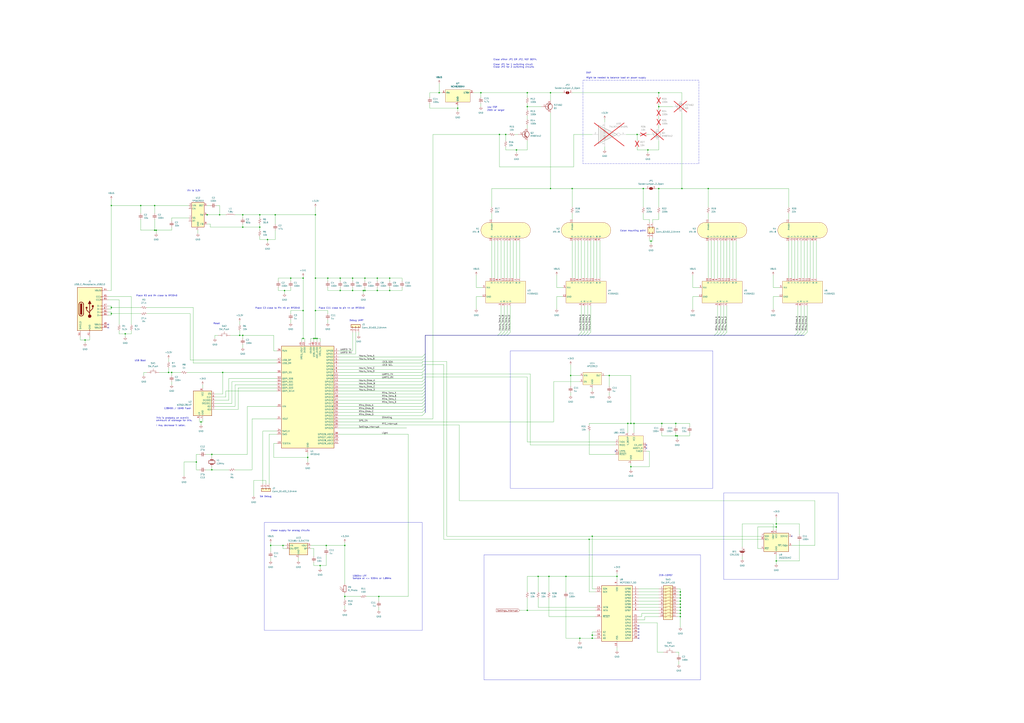
<source format=kicad_sch>
(kicad_sch (version 20230121) (generator eeschema)
  (paper "A1")
  (title_block (title "Nixie Tube Clock") (rev "2.0"))
  (junction (at 558.8 504.19))
  (junction (at 127 168.91))
  (junction (at 140.97 306.07))
  (junction (at 199.39 275.59))
  (junction (at 267.97 448.31))
  (junction (at 450.85 473.71))
  (junction (at 199.39 186.69))
  (junction (at 283.21 448.31))
  (junction (at 180.34 176.53))
  (junction (at 289.56 228.6))
  (junction (at 128.27 189.23))
  (junction (at 486.41 440.69))
  (junction (at 558.8 506.73))
  (junction (at 213.36 176.53))
  (junction (at 541.02 76.2))
  (junction (at 102.87 274.32))
  (junction (at 199.39 176.53))
  (junction (at 127 189.23))
  (junction (at 483.87 443.23))
  (junction (at 558.8 496.57))
  (junction (at 441.96 473.71))
  (junction (at 260.35 278.13))
  (junction (at 486.41 524.51))
  (junction (at 309.88 238.76))
  (junction (at 486.41 521.97))
  (junction (at 170.18 176.53))
  (junction (at 554.99 358.14))
  (junction (at 469.9 154.94))
  (junction (at 433.07 87.63))
  (junction (at 252.73 375.92))
  (junction (at 476.25 524.51))
  (junction (at 283.21 490.22))
  (junction (at 259.08 255.27))
  (junction (at 433.07 76.2))
  (junction (at 289.56 238.76))
  (junction (at 257.81 278.13))
  (junction (at 464.82 473.71))
  (junction (at 532.13 123.19))
  (junction (at 173.99 373.38))
  (junction (at 222.25 448.31))
  (junction (at 173.99 386.08))
  (junction (at 558.8 501.65))
  (junction (at 299.72 228.6))
  (junction (at 637.54 430.53))
  (junction (at 558.8 499.11))
  (junction (at 248.92 255.27))
  (junction (at 424.18 123.19))
  (junction (at 452.12 76.2))
  (junction (at 541.02 87.63))
  (junction (at 500.38 308.61))
  (junction (at 558.8 486.41))
  (junction (at 515.62 347.98))
  (junction (at 279.4 238.76))
  (junction (at 554.99 347.98))
  (junction (at 637.54 433.07))
  (junction (at 311.15 490.22))
  (junction (at 299.72 238.76))
  (junction (at 520.7 347.98))
  (junction (at 279.4 228.6))
  (junction (at 543.56 347.98))
  (junction (at 375.92 88.9))
  (junction (at 165.1 346.71))
  (junction (at 360.68 76.2))
  (junction (at 541.02 154.94))
  (junction (at 219.71 196.85))
  (junction (at 637.54 461.01))
  (junction (at 248.92 228.6))
  (junction (at 556.26 358.14))
  (junction (at 259.08 176.53))
  (junction (at 238.76 228.6))
  (junction (at 320.04 238.76))
  (junction (at 558.8 488.95))
  (junction (at 196.85 275.59))
  (junction (at 248.92 278.13))
  (junction (at 528.32 154.94))
  (junction (at 518.16 383.54))
  (junction (at 410.21 110.49))
  (junction (at 232.41 448.31))
  (junction (at 91.44 168.91))
  (junction (at 91.44 252.73))
  (junction (at 558.8 491.49))
  (junction (at 394.97 76.2))
  (junction (at 226.06 176.53))
  (junction (at 506.73 473.71))
  (junction (at 415.29 110.49))
  (junction (at 518.16 347.98))
  (junction (at 320.04 228.6))
  (junction (at 523.24 110.49))
  (junction (at 269.24 228.6))
  (junction (at 468.63 308.61))
  (junction (at 69.85 279.4))
  (junction (at 259.08 278.13))
  (junction (at 161.29 379.73))
  (junction (at 91.44 257.81))
  (junction (at 233.68 238.76))
  (junction (at 138.43 306.07))
  (junction (at 558.8 494.03))
  (junction (at 560.07 154.94))
  (junction (at 581.66 154.94))
  (junction (at 298.45 238.76))
  (junction (at 213.36 186.69))
  (junction (at 259.08 228.6))
  (junction (at 262.89 464.82))
  (junction (at 534.67 198.12))
  (junction (at 452.12 154.94))
  (junction (at 115.57 168.91))
  (junction (at 433.07 501.65))
  (junction (at 309.88 228.6))
  (junction (at 182.88 306.07))
  (no_connect (at 524.51 516.89))
  (no_connect (at 524.51 524.51))
  (no_connect (at 524.51 521.97))
  (no_connect (at 530.86 368.3))
  (no_connect (at 650.24 440.69))
  (no_connect (at 524.51 519.43))
  (no_connect (at 88.9 266.7))
  (no_connect (at 530.86 365.76))
  (no_connect (at 88.9 269.24))
  (no_connect (at 524.51 514.35))
  (no_connect (at 505.46 370.84))
  (bus_entry (at 346.71 326.39) (size 2.54 -2.54))
  (bus_entry (at 660.4 275.59) (size 2.54 -2.54))
  (bus_entry (at 414.02 275.59) (size 2.54 -2.54))
  (bus_entry (at 586.74 275.59) (size 2.54 -2.54))
  (bus_entry (at 346.71 328.93) (size 2.54 -2.54))
  (bus_entry (at 346.71 336.55) (size 2.54 -2.54))
  (bus_entry (at 346.71 318.77) (size 2.54 -2.54))
  (bus_entry (at 416.56 275.59) (size 2.54 -2.54))
  (bus_entry (at 346.71 316.23) (size 2.54 -2.54))
  (bus_entry (at 346.71 313.69) (size 2.54 -2.54))
  (bus_entry (at 591.82 275.59) (size 2.54 -2.54))
  (bus_entry (at 346.71 331.47) (size 2.54 -2.54))
  (bus_entry (at 474.98 275.59) (size 2.54 -2.54))
  (bus_entry (at 482.6 275.59) (size 2.54 -2.54))
  (bus_entry (at 346.71 321.31) (size 2.54 -2.54))
  (bus_entry (at 346.71 334.01) (size 2.54 -2.54))
  (bus_entry (at 589.28 275.59) (size 2.54 -2.54))
  (bus_entry (at 480.06 275.59) (size 2.54 -2.54))
  (bus_entry (at 594.36 275.59) (size 2.54 -2.54))
  (bus_entry (at 346.71 303.53) (size 2.54 -2.54))
  (bus_entry (at 477.52 275.59) (size 2.54 -2.54))
  (bus_entry (at 346.71 341.63) (size 2.54 -2.54))
  (bus_entry (at 652.78 275.59) (size 2.54 -2.54))
  (bus_entry (at 657.86 275.59) (size 2.54 -2.54))
  (bus_entry (at 346.71 293.37) (size 2.54 -2.54))
  (bus_entry (at 346.71 295.91) (size 2.54 -2.54))
  (bus_entry (at 346.71 306.07) (size 2.54 -2.54))
  (bus_entry (at 408.94 275.59) (size 2.54 -2.54))
  (bus_entry (at 346.71 339.09) (size 2.54 -2.54))
  (bus_entry (at 655.32 275.59) (size 2.54 -2.54))
  (bus_entry (at 346.71 323.85) (size 2.54 -2.54))
  (bus_entry (at 411.48 275.59) (size 2.54 -2.54))
  (wire (pts (xy 207.01 386.08) (xy 207.01 344.17)))
  (wire (pts (xy 195.58 336.55) (xy 176.53 336.55)))
  (wire (pts (xy 450.85 506.73) (xy 488.95 506.73)))
  (wire (pts (xy 408.94 198.12) (xy 408.94 228.6)))
  (wire (pts (xy 377.19 349.25) (xy 377.19 411.48)))
  (wire (pts (xy 375.92 91.44) (xy 375.92 88.9)))
  (wire (pts (xy 213.36 186.69) (xy 213.36 189.23)))
  (wire (pts (xy 189.23 275.59) (xy 196.85 275.59)))
  (wire (pts (xy 252.73 372.11) (xy 252.73 375.92)))
  (wire (pts (xy 415.29 123.19) (xy 415.29 120.65)))
  (bus (pts (xy 349.25 303.53) (xy 349.25 300.99)))
  (wire (pts (xy 163.83 344.17) (xy 163.83 346.71)))
  (wire (pts (xy 259.08 228.6) (xy 269.24 228.6)))
  (wire (pts (xy 278.13 318.77) (xy 346.71 318.77)))
  (wire (pts (xy 554.99 347.98) (xy 554.99 350.52)))
  (wire (pts (xy 556.26 483.87) (xy 558.8 483.87)))
  (wire (pts (xy 541.02 175.26) (xy 541.02 180.34)))
  (wire (pts (xy 88.9 259.08) (xy 91.44 259.08)))
  (wire (pts (xy 486.41 318.77) (xy 486.41 321.31)))
  (wire (pts (xy 660.4 198.12) (xy 660.4 228.6)))
  (wire (pts (xy 377.19 411.48) (xy 669.29 411.48)))
  (wire (pts (xy 635 243.84) (xy 635 254)))
  (wire (pts (xy 482.6 251.46) (xy 482.6 273.05)))
  (wire (pts (xy 665.48 198.12) (xy 665.48 228.6)))
  (wire (pts (xy 199.39 176.53) (xy 199.39 179.07)))
  (wire (pts (xy 228.6 238.76) (xy 233.68 238.76)))
  (wire (pts (xy 520.7 347.98) (xy 520.7 355.6)))
  (wire (pts (xy 170.18 168.91) (xy 172.72 168.91)))
  (wire (pts (xy 554.99 347.98) (xy 543.56 347.98)))
  (wire (pts (xy 278.13 288.29) (xy 289.56 288.29)))
  (wire (pts (xy 403.86 198.12) (xy 403.86 228.6)))
  (wire (pts (xy 227.33 318.77) (xy 195.58 318.77)))
  (wire (pts (xy 346.71 308.61) (xy 346.71 307.34)))
  (wire (pts (xy 224.79 275.59) (xy 224.79 288.29)))
  (wire (pts (xy 278.13 308.61) (xy 346.71 308.61)))
  (wire (pts (xy 635 226.06) (xy 635 236.22)))
  (wire (pts (xy 363.22 76.2) (xy 360.68 76.2)))
  (wire (pts (xy 91.44 252.73) (xy 115.57 252.73)))
  (wire (pts (xy 215.9 354.33) (xy 227.33 354.33)))
  (wire (pts (xy 219.71 196.85) (xy 219.71 199.39)))
  (wire (pts (xy 118.11 306.07) (xy 120.65 306.07)))
  (wire (pts (xy 177.8 168.91) (xy 180.34 168.91)))
  (wire (pts (xy 529.59 509.27) (xy 524.51 509.27)))
  (wire (pts (xy 523.24 123.19) (xy 523.24 120.65)))
  (wire (pts (xy 471.17 137.16) (xy 410.21 137.16)))
  (wire (pts (xy 403.86 154.94) (xy 403.86 170.18)))
  (wire (pts (xy 535.94 195.58) (xy 535.94 198.12)))
  (wire (pts (xy 657.86 251.46) (xy 657.86 273.05)))
  (wire (pts (xy 267.97 455.93) (xy 267.97 464.82)))
  (wire (pts (xy 224.79 288.29) (xy 227.33 288.29)))
  (wire (pts (xy 88.9 251.46) (xy 91.44 251.46)))
  (wire (pts (xy 360.68 76.2) (xy 360.68 68.58)))
  (wire (pts (xy 163.83 373.38) (xy 161.29 373.38)))
  (wire (pts (xy 419.1 198.12) (xy 419.1 228.6)))
  (wire (pts (xy 624.84 440.69) (xy 486.41 440.69)))
  (wire (pts (xy 168.91 176.53) (xy 170.18 176.53)))
  (bus (pts (xy 349.25 336.55) (xy 349.25 334.01)))
  (bus (pts (xy 414.02 275.59) (xy 416.56 275.59)))
  (wire (pts (xy 424.18 198.12) (xy 424.18 228.6)))
  (wire (pts (xy 416.56 198.12) (xy 416.56 228.6)))
  (wire (pts (xy 238.76 262.89) (xy 238.76 265.43)))
  (wire (pts (xy 298.45 238.76) (xy 299.72 238.76)))
  (wire (pts (xy 269.24 236.22) (xy 269.24 238.76)))
  (wire (pts (xy 166.37 346.71) (xy 166.37 344.17)))
  (wire (pts (xy 158.75 298.45) (xy 227.33 298.45)))
  (wire (pts (xy 394.97 85.09) (xy 394.97 87.63)))
  (wire (pts (xy 364.49 443.23) (xy 483.87 443.23)))
  (wire (pts (xy 199.39 275.59) (xy 196.85 275.59)))
  (wire (pts (xy 208.28 394.97) (xy 208.28 407.67)))
  (wire (pts (xy 278.13 313.69) (xy 346.71 313.69)))
  (wire (pts (xy 353.06 85.09) (xy 353.06 88.9)))
  (wire (pts (xy 596.9 251.46) (xy 596.9 273.05)))
  (wire (pts (xy 637.54 430.53) (xy 637.54 433.07)))
  (wire (pts (xy 558.8 491.49) (xy 558.8 494.03)))
  (wire (pts (xy 586.74 198.12) (xy 586.74 228.6)))
  (wire (pts (xy 259.08 170.18) (xy 259.08 176.53)))
  (wire (pts (xy 185.42 321.31) (xy 227.33 321.31)))
  (wire (pts (xy 207.01 344.17) (xy 227.33 344.17)))
  (wire (pts (xy 199.39 275.59) (xy 199.39 278.13)))
  (wire (pts (xy 278.13 323.85) (xy 346.71 323.85)))
  (wire (pts (xy 102.87 274.32) (xy 107.95 274.32)))
  (wire (pts (xy 477.52 198.12) (xy 477.52 228.6)))
  (wire (pts (xy 163.83 346.71) (xy 165.1 346.71)))
  (wire (pts (xy 441.96 473.71) (xy 441.96 486.41)))
  (wire (pts (xy 468.63 308.61) (xy 468.63 317.5)))
  (wire (pts (xy 252.73 375.92) (xy 252.73 379.73)))
  (wire (pts (xy 647.7 198.12) (xy 647.7 228.6)))
  (wire (pts (xy 154.94 179.07) (xy 140.97 179.07)))
  (bus (pts (xy 349.25 313.69) (xy 349.25 311.15)))
  (wire (pts (xy 541.02 95.25) (xy 541.02 97.79)))
  (wire (pts (xy 454.66 346.71) (xy 454.66 313.69)))
  (wire (pts (xy 670.56 198.12) (xy 670.56 228.6)))
  (wire (pts (xy 222.25 445.77) (xy 222.25 448.31)))
  (wire (pts (xy 279.4 236.22) (xy 279.4 238.76)))
  (wire (pts (xy 483.87 349.25) (xy 483.87 347.98)))
  (wire (pts (xy 560.07 76.2) (xy 560.07 82.55)))
  (wire (pts (xy 309.88 228.6) (xy 309.88 231.14)))
  (wire (pts (xy 140.97 179.07) (xy 140.97 181.61)))
  (wire (pts (xy 278.13 326.39) (xy 346.71 326.39)))
  (wire (pts (xy 469.9 154.94) (xy 469.9 170.18)))
  (bus (pts (xy 652.78 275.59) (xy 655.32 275.59)))
  (wire (pts (xy 396.24 236.22) (xy 391.16 236.22)))
  (wire (pts (xy 534.67 198.12) (xy 534.67 200.66)))
  (wire (pts (xy 161.29 386.08) (xy 163.83 386.08)))
  (wire (pts (xy 433.07 95.25) (xy 433.07 97.79)))
  (wire (pts (xy 218.44 397.51) (xy 218.44 394.97)))
  (wire (pts (xy 269.24 262.89) (xy 269.24 265.43)))
  (wire (pts (xy 311.15 490.22) (xy 311.15 494.03)))
  (wire (pts (xy 154.94 168.91) (xy 127 168.91)))
  (bus (pts (xy 349.25 339.09) (xy 349.25 336.55)))
  (wire (pts (xy 477.52 251.46) (xy 477.52 273.05)))
  (wire (pts (xy 556.26 506.73) (xy 558.8 506.73)))
  (wire (pts (xy 213.36 176.53) (xy 213.36 179.07)))
  (wire (pts (xy 520.7 347.98) (xy 518.16 347.98)))
  (wire (pts (xy 255.27 448.31) (xy 267.97 448.31)))
  (wire (pts (xy 560.07 92.71) (xy 560.07 154.94)))
  (wire (pts (xy 353.06 88.9) (xy 375.92 88.9)))
  (wire (pts (xy 140.97 186.69) (xy 140.97 189.23)))
  (wire (pts (xy 161.29 373.38) (xy 161.29 379.73)))
  (wire (pts (xy 543.56 347.98) (xy 520.7 347.98)))
  (wire (pts (xy 88.9 243.84) (xy 107.95 243.84)))
  (wire (pts (xy 91.44 257.81) (xy 115.57 257.81)))
  (wire (pts (xy 353.06 80.01) (xy 353.06 76.2)))
  (wire (pts (xy 556.26 491.49) (xy 558.8 491.49)))
  (wire (pts (xy 556.26 501.65) (xy 558.8 501.65)))
  (wire (pts (xy 433.07 76.2) (xy 433.07 80.01)))
  (wire (pts (xy 172.72 186.69) (xy 199.39 186.69)))
  (wire (pts (xy 655.32 251.46) (xy 655.32 273.05)))
  (wire (pts (xy 581.66 154.94) (xy 647.7 154.94)))
  (wire (pts (xy 433.07 309.88) (xy 433.07 363.22)))
  (wire (pts (xy 222.25 448.31) (xy 232.41 448.31)))
  (wire (pts (xy 140.97 313.69) (xy 140.97 316.23)))
  (wire (pts (xy 283.21 448.31) (xy 283.21 480.06)))
  (wire (pts (xy 554.99 358.14) (xy 543.56 358.14)))
  (wire (pts (xy 486.41 519.43) (xy 488.95 519.43)))
  (wire (pts (xy 414.02 251.46) (xy 414.02 273.05)))
  (wire (pts (xy 187.96 311.15) (xy 227.33 311.15)))
  (wire (pts (xy 269.24 257.81) (xy 269.24 255.27)))
  (wire (pts (xy 190.5 313.69) (xy 227.33 313.69)))
  (wire (pts (xy 170.18 176.53) (xy 180.34 176.53)))
  (wire (pts (xy 538.48 154.94) (xy 541.02 154.94)))
  (wire (pts (xy 88.9 256.54) (xy 91.44 256.54)))
  (wire (pts (xy 203.2 334.01) (xy 227.33 334.01)))
  (wire (pts (xy 530.86 110.49) (xy 533.4 110.49)))
  (wire (pts (xy 193.04 176.53) (xy 199.39 176.53)))
  (wire (pts (xy 156.21 295.91) (xy 227.33 295.91)))
  (wire (pts (xy 278.13 316.23) (xy 346.71 316.23)))
  (wire (pts (xy 433.07 87.63) (xy 433.07 85.09)))
  (wire (pts (xy 496.57 97.79) (xy 496.57 100.33)))
  (wire (pts (xy 283.21 490.22) (xy 283.21 492.76)))
  (wire (pts (xy 294.64 273.05) (xy 294.64 275.59)))
  (wire (pts (xy 541.02 102.87) (xy 541.02 105.41)))
  (wire (pts (xy 599.44 198.12) (xy 599.44 228.6)))
  (wire (pts (xy 353.06 76.2) (xy 360.68 76.2)))
  (wire (pts (xy 668.02 198.12) (xy 668.02 228.6)))
  (wire (pts (xy 257.81 278.13) (xy 257.81 280.67)))
  (wire (pts (xy 278.13 321.31) (xy 346.71 321.31)))
  (wire (pts (xy 255.27 280.67) (xy 255.27 278.13)))
  (wire (pts (xy 196.85 264.16) (xy 196.85 266.7)))
  (bus (pts (xy 474.98 275.59) (xy 477.52 275.59)))
  (wire (pts (xy 424.18 123.19) (xy 415.29 123.19)))
  (wire (pts (xy 311.15 499.11) (xy 311.15 501.65)))
  (wire (pts (xy 278.13 356.87) (xy 335.28 356.87)))
  (wire (pts (xy 472.44 198.12) (xy 472.44 228.6)))
  (wire (pts (xy 128.27 189.23) (xy 140.97 189.23)))
  (wire (pts (xy 433.07 473.71) (xy 441.96 473.71)))
  (bus (pts (xy 594.36 275.59) (xy 652.78 275.59)))
  (wire (pts (xy 91.44 257.81) (xy 91.44 256.54)))
  (wire (pts (xy 433.07 76.2) (xy 452.12 76.2)))
  (wire (pts (xy 527.05 504.19) (xy 541.02 504.19)))
  (bus (pts (xy 591.82 275.59) (xy 594.36 275.59)))
  (wire (pts (xy 233.68 238.76) (xy 238.76 238.76)))
  (wire (pts (xy 462.28 243.84) (xy 457.2 243.84)))
  (wire (pts (xy 426.72 198.12) (xy 426.72 228.6)))
  (wire (pts (xy 622.3 450.85) (xy 622.3 433.07)))
  (wire (pts (xy 464.82 473.71) (xy 464.82 486.41)))
  (wire (pts (xy 518.16 381) (xy 518.16 383.54)))
  (wire (pts (xy 257.81 450.85) (xy 257.81 457.2)))
  (wire (pts (xy 279.4 228.6) (xy 289.56 228.6)))
  (wire (pts (xy 91.44 163.83) (xy 91.44 168.91)))
  (wire (pts (xy 391.16 243.84) (xy 391.16 254)))
  (wire (pts (xy 182.88 323.85) (xy 176.53 323.85)))
  (wire (pts (xy 238.76 257.81) (xy 238.76 255.27)))
  (wire (pts (xy 320.04 228.6) (xy 330.2 228.6)))
  (wire (pts (xy 335.28 356.87) (xy 335.28 490.22)))
  (wire (pts (xy 127 189.23) (xy 128.27 189.23)))
  (wire (pts (xy 190.5 313.69) (xy 190.5 331.47)))
  (wire (pts (xy 278.13 351.79) (xy 334.01 351.79)))
  (wire (pts (xy 97.79 246.38) (xy 88.9 246.38)))
  (wire (pts (xy 173.99 373.38) (xy 173.99 375.92)))
  (wire (pts (xy 464.82 491.49) (xy 464.82 524.51)))
  (wire (pts (xy 269.24 231.14) (xy 269.24 228.6)))
  (wire (pts (xy 541.02 76.2) (xy 560.07 76.2)))
  (wire (pts (xy 91.44 252.73) (xy 91.44 254)))
  (wire (pts (xy 647.7 154.94) (xy 647.7 170.18)))
  (wire (pts (xy 224.79 364.49) (xy 224.79 375.92)))
  (wire (pts (xy 127 168.91) (xy 127 175.26)))
  (wire (pts (xy 346.71 309.88) (xy 433.07 309.88)))
  (wire (pts (xy 259.08 278.13) (xy 260.35 278.13)))
  (wire (pts (xy 115.57 189.23) (xy 127 189.23)))
  (wire (pts (xy 185.42 326.39) (xy 185.42 321.31)))
  (wire (pts (xy 97.79 266.7) (xy 97.79 246.38)))
  (wire (pts (xy 609.6 457.2) (xy 609.6 459.74)))
  (wire (pts (xy 173.99 386.08) (xy 187.96 386.08)))
  (wire (pts (xy 533.4 383.54) (xy 518.16 383.54)))
  (bus (pts (xy 349.25 323.85) (xy 349.25 321.31)))
  (wire (pts (xy 464.82 473.71) (xy 506.73 473.71)))
  (bus (pts (xy 589.28 275.59) (xy 591.82 275.59)))
  (wire (pts (xy 138.43 306.07) (xy 140.97 306.07)))
  (wire (pts (xy 228.6 236.22) (xy 228.6 238.76)))
  (wire (pts (xy 657.86 198.12) (xy 657.86 228.6)))
  (wire (pts (xy 226.06 176.53) (xy 259.08 176.53)))
  (wire (pts (xy 222.25 453.39) (xy 222.25 448.31)))
  (wire (pts (xy 635 430.53) (xy 635 435.61)))
  (wire (pts (xy 532.13 123.19) (xy 532.13 125.73)))
  (wire (pts (xy 138.43 294.64) (xy 138.43 297.18)))
  (wire (pts (xy 488.95 486.41) (xy 483.87 486.41)))
  (wire (pts (xy 433.07 486.41) (xy 433.07 473.71)))
  (wire (pts (xy 424.18 123.19) (xy 433.07 123.19)))
  (wire (pts (xy 118.11 308.61) (xy 118.11 306.07)))
  (wire (pts (xy 543.56 358.14) (xy 543.56 355.6)))
  (wire (pts (xy 289.56 238.76) (xy 298.45 238.76)))
  (wire (pts (xy 558.8 504.19) (xy 558.8 506.73)))
  (wire (pts (xy 245.11 458.47) (xy 245.11 461.01)))
  (wire (pts (xy 589.28 251.46) (xy 589.28 273.05)))
  (wire (pts (xy 488.95 483.87) (xy 486.41 483.87)))
  (wire (pts (xy 91.44 257.81) (xy 91.44 259.08)))
  (wire (pts (xy 411.48 198.12) (xy 411.48 228.6)))
  (wire (pts (xy 554.99 535.94) (xy 557.53 535.94)))
  (wire (pts (xy 127 180.34) (xy 127 189.23)))
  (wire (pts (xy 309.88 236.22) (xy 309.88 238.76)))
  (wire (pts (xy 533.4 198.12) (xy 534.67 198.12)))
  (wire (pts (xy 115.57 168.91) (xy 115.57 175.26)))
  (wire (pts (xy 416.56 251.46) (xy 416.56 273.05)))
  (wire (pts (xy 278.13 339.09) (xy 346.71 339.09)))
  (wire (pts (xy 476.25 524.51) (xy 476.25 527.05)))
  (wire (pts (xy 558.8 488.95) (xy 558.8 491.49)))
  (wire (pts (xy 426.72 501.65) (xy 433.07 501.65)))
  (wire (pts (xy 180.34 168.91) (xy 180.34 176.53)))
  (wire (pts (xy 532.13 123.19) (xy 541.02 123.19)))
  (wire (pts (xy 279.4 228.6) (xy 279.4 231.14)))
  (wire (pts (xy 574.04 236.22) (xy 568.96 236.22)))
  (wire (pts (xy 476.25 524.51) (xy 486.41 524.51)))
  (wire (pts (xy 524.51 506.73) (xy 527.05 506.73)))
  (wire (pts (xy 283.21 445.77) (xy 283.21 448.31)))
  (wire (pts (xy 289.56 228.6) (xy 299.72 228.6)))
  (wire (pts (xy 566.42 358.14) (xy 556.26 358.14)))
  (wire (pts (xy 220.98 356.87) (xy 227.33 356.87)))
  (wire (pts (xy 556.26 488.95) (xy 558.8 488.95)))
  (wire (pts (xy 500.38 322.58) (xy 500.38 325.12)))
  (wire (pts (xy 346.71 307.34) (xy 435.61 307.34)))
  (wire (pts (xy 558.8 496.57) (xy 558.8 499.11)))
  (wire (pts (xy 441.96 499.11) (xy 441.96 491.49)))
  (wire (pts (xy 289.56 288.29) (xy 289.56 273.05)))
  (wire (pts (xy 278.13 298.45) (xy 346.71 298.45)))
  (wire (pts (xy 482.6 198.12) (xy 482.6 228.6)))
  (wire (pts (xy 650.24 448.31) (xy 669.29 448.31)))
  (wire (pts (xy 165.1 346.71) (xy 165.1 349.25)))
  (wire (pts (xy 524.51 486.41) (xy 541.02 486.41)))
  (wire (pts (xy 91.44 238.76) (xy 88.9 238.76)))
  (bus (pts (xy 480.06 275.59) (xy 482.6 275.59)))
  (wire (pts (xy 394.97 76.2) (xy 394.97 80.01)))
  (wire (pts (xy 556.26 496.57) (xy 558.8 496.57)))
  (wire (pts (xy 524.51 511.81) (xy 539.75 511.81)))
  (wire (pts (xy 213.36 184.15) (xy 213.36 186.69)))
  (wire (pts (xy 309.88 228.6) (xy 320.04 228.6)))
  (wire (pts (xy 487.68 198.12) (xy 487.68 228.6)))
  (wire (pts (xy 528.32 170.18) (xy 528.32 154.94)))
  (wire (pts (xy 278.13 331.47) (xy 346.71 331.47)))
  (wire (pts (xy 669.29 411.48) (xy 669.29 448.31)))
  (wire (pts (xy 660.4 251.46) (xy 660.4 273.05)))
  (wire (pts (xy 403.86 175.26) (xy 403.86 180.34)))
  (wire (pts (xy 483.87 443.23) (xy 624.84 443.23)))
  (wire (pts (xy 485.14 198.12) (xy 485.14 228.6)))
  (wire (pts (xy 533.4 182.88) (xy 533.4 180.34)))
  (wire (pts (xy 346.71 299.72) (xy 364.49 299.72)))
  (bus (pts (xy 349.25 300.99) (xy 349.25 293.37)))
  (wire (pts (xy 127 168.91) (xy 115.57 168.91)))
  (wire (pts (xy 596.9 198.12) (xy 596.9 228.6)))
  (wire (pts (xy 278.13 346.71) (xy 454.66 346.71)))
  (wire (pts (xy 320.04 236.22) (xy 320.04 238.76)))
  (wire (pts (xy 388.62 76.2) (xy 394.97 76.2)))
  (wire (pts (xy 176.53 278.13) (xy 176.53 275.59)))
  (wire (pts (xy 66.04 279.4) (xy 69.85 279.4)))
  (wire (pts (xy 558.8 486.41) (xy 558.8 488.95)))
  (wire (pts (xy 180.34 176.53) (xy 185.42 176.53)))
  (wire (pts (xy 422.91 110.49) (xy 425.45 110.49)))
  (wire (pts (xy 656.59 461.01) (xy 637.54 461.01)))
  (wire (pts (xy 541.02 154.94) (xy 560.07 154.94)))
  (wire (pts (xy 505.46 373.38) (xy 483.87 373.38)))
  (wire (pts (xy 262.89 464.82) (xy 262.89 467.36)))
  (wire (pts (xy 506.73 471.17) (xy 506.73 473.71)))
  (wire (pts (xy 554.99 355.6) (xy 554.99 358.14)))
  (wire (pts (xy 530.86 370.84) (xy 533.4 370.84)))
  (wire (pts (xy 506.73 532.13) (xy 506.73 534.67)))
  (wire (pts (xy 558.8 483.87) (xy 558.8 486.41)))
  (wire (pts (xy 151.13 391.16) (xy 151.13 379.73)))
  (wire (pts (xy 433.07 115.57) (xy 433.07 123.19)))
  (wire (pts (xy 415.29 110.49) (xy 415.29 115.57)))
  (wire (pts (xy 557.53 535.94) (xy 557.53 538.48)))
  (wire (pts (xy 199.39 176.53) (xy 213.36 176.53)))
  (wire (pts (xy 452.12 154.94) (xy 469.9 154.94)))
  (wire (pts (xy 162.56 189.23) (xy 162.56 191.77)))
  (wire (pts (xy 417.83 110.49) (xy 415.29 110.49)))
  (wire (pts (xy 450.85 491.49) (xy 450.85 506.73)))
  (wire (pts (xy 524.51 494.03) (xy 541.02 494.03)))
  (wire (pts (xy 535.94 180.34) (xy 541.02 180.34)))
  (wire (pts (xy 289.56 228.6) (xy 289.56 231.14)))
  (wire (pts (xy 66.04 276.86) (xy 66.04 279.4)))
  (wire (pts (xy 541.02 115.57) (xy 541.02 123.19)))
  (wire (pts (xy 278.13 293.37) (xy 346.71 293.37)))
  (wire (pts (xy 450.85 473.71) (xy 450.85 486.41)))
  (wire (pts (xy 486.41 521.97) (xy 488.95 521.97)))
  (wire (pts (xy 250.19 278.13) (xy 250.19 280.67)))
  (wire (pts (xy 115.57 180.34) (xy 115.57 189.23)))
  (bus (pts (xy 482.6 275.59) (xy 586.74 275.59)))
  (wire (pts (xy 656.59 439.42) (xy 656.59 430.53)))
  (bus (pts (xy 349.25 318.77) (xy 349.25 316.23)))
  (wire (pts (xy 299.72 238.76) (xy 309.88 238.76)))
  (wire (pts (xy 514.35 110.49) (xy 523.24 110.49)))
  (wire (pts (xy 257.81 464.82) (xy 262.89 464.82)))
  (wire (pts (xy 226.06 184.15) (xy 226.06 176.53)))
  (wire (pts (xy 406.4 198.12) (xy 406.4 228.6)))
  (wire (pts (xy 346.71 298.45) (xy 346.71 297.18)))
  (wire (pts (xy 524.51 501.65) (xy 541.02 501.65)))
  (wire (pts (xy 107.95 274.32) (xy 107.95 271.78)))
  (wire (pts (xy 173.99 373.38) (xy 203.2 373.38)))
  (wire (pts (xy 355.6 110.49) (xy 410.21 110.49)))
  (wire (pts (xy 469.9 76.2) (xy 541.02 76.2)))
  (wire (pts (xy 173.99 386.08) (xy 173.99 383.54)))
  (wire (pts (xy 299.72 236.22) (xy 299.72 238.76)))
  (wire (pts (xy 518.16 308.61) (xy 518.16 347.98)))
  (wire (pts (xy 91.44 168.91) (xy 115.57 168.91)))
  (wire (pts (xy 259.08 255.27) (xy 269.24 255.27)))
  (wire (pts (xy 469.9 175.26) (xy 469.9 180.34)))
  (wire (pts (xy 518.16 347.98) (xy 515.62 347.98)))
  (wire (pts (xy 260.35 278.13) (xy 262.89 278.13)))
  (wire (pts (xy 486.41 524.51) (xy 488.95 524.51)))
  (wire (pts (xy 485.14 251.46) (xy 485.14 273.05)))
  (wire (pts (xy 138.43 302.26) (xy 138.43 306.07)))
  (wire (pts (xy 524.51 499.11) (xy 541.02 499.11)))
  (wire (pts (xy 289.56 236.22) (xy 289.56 238.76)))
  (wire (pts (xy 468.63 322.58) (xy 468.63 325.12)))
  (wire (pts (xy 483.87 486.41) (xy 483.87 443.23)))
  (wire (pts (xy 375.92 86.36) (xy 375.92 88.9)))
  (wire (pts (xy 182.88 306.07) (xy 182.88 323.85)))
  (bus (pts (xy 416.56 275.59) (xy 474.98 275.59)))
  (wire (pts (xy 662.94 251.46) (xy 662.94 273.05)))
  (wire (pts (xy 278.13 300.99) (xy 346.71 300.99)))
  (wire (pts (xy 248.92 255.27) (xy 248.92 278.13)))
  (wire (pts (xy 444.5 87.63) (xy 433.07 87.63)))
  (wire (pts (xy 656.59 430.53) (xy 637.54 430.53)))
  (wire (pts (xy 556.26 494.03) (xy 558.8 494.03)))
  (wire (pts (xy 182.88 306.07) (xy 227.33 306.07)))
  (wire (pts (xy 581.66 198.12) (xy 581.66 228.6)))
  (wire (pts (xy 248.92 227.33) (xy 248.92 228.6)))
  (wire (pts (xy 259.08 176.53) (xy 259.08 228.6)))
  (bus (pts (xy 349.25 321.31) (xy 349.25 318.77)))
  (wire (pts (xy 166.37 316.23) (xy 166.37 318.77)))
  (wire (pts (xy 219.71 196.85) (xy 213.36 196.85)))
  (wire (pts (xy 195.58 318.77) (xy 195.58 336.55)))
  (wire (pts (xy 480.06 198.12) (xy 480.06 228.6)))
  (wire (pts (xy 566.42 355.6) (xy 566.42 358.14)))
  (wire (pts (xy 474.98 198.12) (xy 474.98 228.6)))
  (wire (pts (xy 483.87 373.38) (xy 483.87 354.33)))
  (wire (pts (xy 500.38 308.61) (xy 518.16 308.61)))
  (wire (pts (xy 196.85 271.78) (xy 196.85 275.59)))
  (wire (pts (xy 500.38 308.61) (xy 500.38 317.5)))
  (wire (pts (xy 130.81 306.07) (xy 138.43 306.07)))
  (wire (pts (xy 594.36 198.12) (xy 594.36 228.6)))
  (wire (pts (xy 161.29 379.73) (xy 161.29 386.08)))
  (wire (pts (xy 414.02 198.12) (xy 414.02 228.6)))
  (wire (pts (xy 433.07 491.49) (xy 433.07 501.65)))
  (wire (pts (xy 543.56 347.98) (xy 543.56 350.52)))
  (wire (pts (xy 581.66 175.26) (xy 581.66 180.34)))
  (wire (pts (xy 533.4 370.84) (xy 533.4 383.54)))
  (wire (pts (xy 299.72 228.6) (xy 299.72 231.14)))
  (wire (pts (xy 483.87 347.98) (xy 515.62 347.98)))
  (wire (pts (xy 248.92 228.6) (xy 248.92 255.27)))
  (wire (pts (xy 73.66 276.86) (xy 73.66 279.4)))
  (wire (pts (xy 533.4 180.34) (xy 528.32 180.34)))
  (bus (pts (xy 349.25 275.59) (xy 408.94 275.59)))
  (wire (pts (xy 568.96 243.84) (xy 568.96 254)))
  (wire (pts (xy 410.21 137.16) (xy 410.21 110.49)))
  (wire (pts (xy 227.33 364.49) (xy 224.79 364.49)))
  (wire (pts (xy 457.2 243.84) (xy 457.2 254)))
  (wire (pts (xy 238.76 238.76) (xy 238.76 236.22)))
  (wire (pts (xy 299.72 228.6) (xy 309.88 228.6)))
  (bus (pts (xy 349.25 311.15) (xy 349.25 303.53)))
  (wire (pts (xy 468.63 299.72) (xy 468.63 308.61)))
  (wire (pts (xy 410.21 110.49) (xy 415.29 110.49)))
  (bus (pts (xy 477.52 275.59) (xy 480.06 275.59)))
  (wire (pts (xy 539.75 535.94) (xy 544.83 535.94)))
  (wire (pts (xy 156.21 257.81) (xy 156.21 295.91)))
  (wire (pts (xy 238.76 255.27) (xy 248.92 255.27)))
  (wire (pts (xy 255.27 278.13) (xy 257.81 278.13)))
  (wire (pts (xy 193.04 334.01) (xy 193.04 316.23)))
  (wire (pts (xy 283.21 497.84) (xy 283.21 500.38)))
  (wire (pts (xy 193.04 316.23) (xy 227.33 316.23)))
  (wire (pts (xy 233.68 238.76) (xy 233.68 241.3)))
  (wire (pts (xy 591.82 198.12) (xy 591.82 228.6)))
  (wire (pts (xy 238.76 228.6) (xy 248.92 228.6)))
  (wire (pts (xy 213.36 196.85) (xy 213.36 194.31)))
  (wire (pts (xy 557.53 543.56) (xy 557.53 546.1)))
  (wire (pts (xy 435.61 365.76) (xy 505.46 365.76)))
  (wire (pts (xy 424.18 123.19) (xy 424.18 125.73)))
  (wire (pts (xy 464.82 524.51) (xy 476.25 524.51)))
  (wire (pts (xy 454.66 313.69) (xy 476.25 313.69)))
  (wire (pts (xy 624.84 450.85) (xy 622.3 450.85)))
  (wire (pts (xy 637.54 433.07) (xy 637.54 435.61)))
  (wire (pts (xy 419.1 251.46) (xy 419.1 273.05)))
  (wire (pts (xy 346.71 300.99) (xy 346.71 299.72)))
  (wire (pts (xy 262.89 278.13) (xy 262.89 280.67)))
  (wire (pts (xy 558.8 494.03) (xy 558.8 496.57)))
  (wire (pts (xy 662.94 198.12) (xy 662.94 228.6)))
  (wire (pts (xy 558.8 501.65) (xy 558.8 504.19)))
  (wire (pts (xy 255.27 450.85) (xy 257.81 450.85)))
  (wire (pts (xy 176.53 334.01) (xy 193.04 334.01)))
  (bus (pts (xy 411.48 275.59) (xy 414.02 275.59)))
  (wire (pts (xy 120.65 257.81) (xy 156.21 257.81)))
  (wire (pts (xy 594.36 251.46) (xy 594.36 273.05)))
  (wire (pts (xy 640.08 236.22) (xy 635 236.22)))
  (wire (pts (xy 650.24 198.12) (xy 650.24 228.6)))
  (wire (pts (xy 120.65 252.73) (xy 158.75 252.73)))
  (wire (pts (xy 222.25 458.47) (xy 222.25 461.01)))
  (wire (pts (xy 248.92 278.13) (xy 250.19 278.13)))
  (wire (pts (xy 102.87 274.32) (xy 102.87 276.86)))
  (wire (pts (xy 394.97 76.2) (xy 433.07 76.2)))
  (wire (pts (xy 278.13 303.53) (xy 346.71 303.53)))
  (wire (pts (xy 622.3 433.07) (xy 637.54 433.07)))
  (bus (pts (xy 349.25 328.93) (xy 349.25 326.39)))
  (wire (pts (xy 480.06 251.46) (xy 480.06 273.05)))
  (wire (pts (xy 534.67 198.12) (xy 535.94 198.12)))
  (wire (pts (xy 232.41 448.31) (xy 234.95 448.31)))
  (wire (pts (xy 278.13 349.25) (xy 377.19 349.25)))
  (wire (pts (xy 524.51 491.49) (xy 541.02 491.49)))
  (wire (pts (xy 556.26 358.14) (xy 554.99 358.14)))
  (wire (pts (xy 652.78 198.12) (xy 652.78 228.6)))
  (wire (pts (xy 278.13 341.63) (xy 346.71 341.63)))
  (wire (pts (xy 637.54 455.93) (xy 637.54 461.01)))
  (wire (pts (xy 528.32 154.94) (xy 530.86 154.94)))
  (wire (pts (xy 298.45 238.76) (xy 298.45 241.3)))
  (wire (pts (xy 226.06 176.53) (xy 213.36 176.53)))
  (wire (pts (xy 278.13 344.17) (xy 355.6 344.17)))
  (wire (pts (xy 226.06 189.23) (xy 226.06 196.85)))
  (wire (pts (xy 506.73 473.71) (xy 506.73 476.25)))
  (wire (pts (xy 441.96 473.71) (xy 450.85 473.71)))
  (wire (pts (xy 151.13 379.73) (xy 161.29 379.73)))
  (wire (pts (xy 259.08 228.6) (xy 259.08 255.27)))
  (wire (pts (xy 523.24 110.49) (xy 523.24 115.57)))
  (wire (pts (xy 260.35 278.13) (xy 260.35 280.67)))
  (wire (pts (xy 267.97 448.31) (xy 283.21 448.31)))
  (wire (pts (xy 300.99 490.22) (xy 311.15 490.22)))
  (wire (pts (xy 486.41 440.69) (xy 367.03 440.69)))
  (wire (pts (xy 457.2 226.06) (xy 457.2 236.22)))
  (bus (pts (xy 349.25 293.37) (xy 349.25 290.83)))
  (wire (pts (xy 69.85 279.4) (xy 73.66 279.4)))
  (wire (pts (xy 601.98 198.12) (xy 601.98 228.6)))
  (wire (pts (xy 496.57 120.65) (xy 496.57 123.19)))
  (wire (pts (xy 435.61 307.34) (xy 435.61 365.76)))
  (wire (pts (xy 283.21 487.68) (xy 283.21 490.22)))
  (bus (pts (xy 349.25 316.23) (xy 349.25 313.69)))
  (wire (pts (xy 533.4 195.58) (xy 533.4 198.12)))
  (wire (pts (xy 541.02 506.73) (xy 529.59 506.73)))
  (wire (pts (xy 107.95 243.84) (xy 107.95 266.7)))
  (wire (pts (xy 391.16 226.06) (xy 391.16 236.22)))
  (wire (pts (xy 247.65 280.67) (xy 247.65 278.13)))
  (wire (pts (xy 364.49 299.72) (xy 364.49 443.23)))
  (wire (pts (xy 262.89 464.82) (xy 267.97 464.82)))
  (wire (pts (xy 257.81 462.28) (xy 257.81 464.82)))
  (wire (pts (xy 176.53 326.39) (xy 185.42 326.39)))
  (wire (pts (xy 355.6 344.17) (xy 355.6 110.49)))
  (wire (pts (xy 218.44 394.97) (xy 208.28 394.97)))
  (wire (pts (xy 441.96 499.11) (xy 488.95 499.11)))
  (wire (pts (xy 309.88 238.76) (xy 320.04 238.76)))
  (wire (pts (xy 490.22 198.12) (xy 490.22 228.6)))
  (wire (pts (xy 91.44 251.46) (xy 91.44 252.73)))
  (wire (pts (xy 228.6 228.6) (xy 228.6 231.14)))
  (wire (pts (xy 524.51 483.87) (xy 541.02 483.87)))
  (wire (pts (xy 535.94 182.88) (xy 535.94 180.34)))
  (wire (pts (xy 292.1 290.83) (xy 292.1 273.05)))
  (wire (pts (xy 433.07 501.65) (xy 488.95 501.65)))
  (wire (pts (xy 176.53 275.59) (xy 179.07 275.59)))
  (wire (pts (xy 247.65 278.13) (xy 248.92 278.13)))
  (wire (pts (xy 452.12 154.94) (xy 403.86 154.94)))
  (wire (pts (xy 524.51 488.95) (xy 541.02 488.95)))
  (wire (pts (xy 203.2 334.01) (xy 203.2 373.38)))
  (wire (pts (xy 452.12 92.71) (xy 452.12 154.94)))
  (wire (pts (xy 566.42 350.52) (xy 566.42 347.98)))
  (wire (pts (xy 172.72 184.15) (xy 170.18 184.15)))
  (wire (pts (xy 450.85 473.71) (xy 464.82 473.71)))
  (wire (pts (xy 655.32 198.12) (xy 655.32 228.6)))
  (wire (pts (xy 269.24 228.6) (xy 279.4 228.6)))
  (wire (pts (xy 69.85 279.4) (xy 69.85 281.94)))
  (wire (pts (xy 193.04 386.08) (xy 207.01 386.08)))
  (wire (pts (xy 609.6 430.53) (xy 635 430.53)))
  (wire (pts (xy 469.9 154.94) (xy 528.32 154.94)))
  (wire (pts (xy 541.02 170.18) (xy 541.02 154.94)))
  (wire (pts (xy 215.9 354.33) (xy 215.9 397.51)))
  (wire (pts (xy 556.26 499.11) (xy 558.8 499.11)))
  (wire (pts (xy 452.12 76.2) (xy 462.28 76.2)))
  (wire (pts (xy 558.8 499.11) (xy 558.8 501.65)))
  (bus (pts (xy 349.25 331.47) (xy 349.25 328.93)))
  (wire (pts (xy 591.82 251.46) (xy 591.82 273.05)))
  (wire (pts (xy 452.12 76.2) (xy 452.12 82.55)))
  (wire (pts (xy 640.08 243.84) (xy 635 243.84)))
  (bus (pts (xy 349.25 334.01) (xy 349.25 331.47)))
  (wire (pts (xy 433.07 363.22) (xy 505.46 363.22)))
  (wire (pts (xy 486.41 440.69) (xy 486.41 483.87)))
  (wire (pts (xy 168.91 373.38) (xy 173.99 373.38)))
  (wire (pts (xy 462.28 236.22) (xy 457.2 236.22)))
  (wire (pts (xy 525.78 110.49) (xy 523.24 110.49)))
  (wire (pts (xy 172.72 184.15) (xy 172.72 186.69)))
  (wire (pts (xy 541.02 87.63) (xy 541.02 90.17)))
  (wire (pts (xy 468.63 308.61) (xy 476.25 308.61)))
  (wire (pts (xy 295.91 490.22) (xy 283.21 490.22)))
  (wire (pts (xy 168.91 386.08) (xy 173.99 386.08)))
  (wire (pts (xy 335.28 490.22) (xy 311.15 490.22)))
  (wire (pts (xy 190.5 331.47) (xy 176.53 331.47)))
  (wire (pts (xy 320.04 228.6) (xy 320.04 231.14)))
  (wire (pts (xy 346.71 311.15) (xy 346.71 309.88)))
  (wire (pts (xy 278.13 336.55) (xy 346.71 336.55)))
  (wire (pts (xy 411.48 251.46) (xy 411.48 273.05)))
  (wire (pts (xy 330.2 228.6) (xy 330.2 231.14)))
  (wire (pts (xy 486.41 110.49) (xy 471.17 110.49)))
  (wire (pts (xy 153.67 306.07) (xy 182.88 306.07)))
  (wire (pts (xy 187.96 328.93) (xy 187.96 311.15)))
  (wire (pts (xy 486.41 519.43) (xy 486.41 521.97)))
  (wire (pts (xy 367.03 440.69) (xy 367.03 297.18)))
  (wire (pts (xy 158.75 298.45) (xy 158.75 252.73)))
  (wire (pts (xy 532.13 123.19) (xy 523.24 123.19)))
  (wire (pts (xy 528.32 175.26) (xy 528.32 180.34)))
  (wire (pts (xy 556.26 358.14) (xy 556.26 360.68)))
  (wire (pts (xy 518.16 383.54) (xy 518.16 386.08)))
  (bus (pts (xy 586.74 275.59) (xy 589.28 275.59)))
  (wire (pts (xy 584.2 198.12) (xy 584.2 228.6)))
  (wire (pts (xy 199.39 184.15) (xy 199.39 186.69)))
  (bus (pts (xy 657.86 275.59) (xy 660.4 275.59)))
  (wire (pts (xy 541.02 76.2) (xy 541.02 80.01)))
  (wire (pts (xy 496.57 308.61) (xy 500.38 308.61)))
  (wire (pts (xy 433.07 102.87) (xy 433.07 105.41)))
  (wire (pts (xy 278.13 306.07) (xy 346.71 306.07)))
  (wire (pts (xy 421.64 198.12) (xy 421.64 228.6)))
  (wire (pts (xy 560.07 154.94) (xy 581.66 154.94)))
  (wire (pts (xy 581.66 170.18) (xy 581.66 154.94)))
  (wire (pts (xy 433.07 87.63) (xy 433.07 90.17)))
  (wire (pts (xy 471.17 110.49) (xy 471.17 137.16)))
  (wire (pts (xy 238.76 231.14) (xy 238.76 228.6)))
  (wire (pts (xy 637.54 425.45) (xy 637.54 430.53)))
  (wire (pts (xy 278.13 334.01) (xy 346.71 334.01)))
  (bus (pts (xy 408.94 275.59) (xy 411.48 275.59)))
  (wire (pts (xy 199.39 186.69) (xy 213.36 186.69)))
  (wire (pts (xy 637.54 461.01) (xy 637.54 463.55)))
  (wire (pts (xy 234.95 450.85) (xy 232.41 450.85)))
  (wire (pts (xy 320.04 238.76) (xy 330.2 238.76)))
  (wire (pts (xy 527.05 506.73) (xy 527.05 504.19)))
  (wire (pts (xy 228.6 228.6) (xy 238.76 228.6)))
  (bus (pts (xy 349.25 326.39) (xy 349.25 323.85)))
  (wire (pts (xy 165.1 346.71) (xy 166.37 346.71)))
  (wire (pts (xy 396.24 243.84) (xy 391.16 243.84)))
  (wire (pts (xy 259.08 255.27) (xy 259.08 278.13)))
  (wire (pts (xy 330.2 236.22) (xy 330.2 238.76)))
  (wire (pts (xy 552.45 87.63) (xy 541.02 87.63)))
  (wire (pts (xy 224.79 275.59) (xy 199.39 275.59)))
  (wire (pts (xy 88.9 254) (xy 91.44 254)))
  (wire (pts (xy 199.39 283.21) (xy 199.39 285.75)))
  (wire (pts (xy 97.79 274.32) (xy 97.79 271.78)))
  (wire (pts (xy 589.28 198.12) (xy 589.28 228.6)))
  (wire (pts (xy 269.24 238.76) (xy 279.4 238.76)))
  (wire (pts (xy 566.42 347.98) (xy 554.99 347.98)))
  (wire (pts (xy 539.75 511.81) (xy 539.75 535.94)))
  (wire (pts (xy 140.97 306.07) (xy 148.59 306.07)))
  (wire (pts (xy 556.26 504.19) (xy 558.8 504.19)))
  (wire (pts (xy 515.62 347.98) (xy 515.62 355.6)))
  (wire (pts (xy 524.51 496.57) (xy 541.02 496.57)))
  (wire (pts (xy 529.59 506.73) (xy 529.59 509.27)))
  (wire (pts (xy 278.13 290.83) (xy 292.1 290.83)))
  (wire (pts (xy 278.13 311.15) (xy 346.71 311.15)))
  (wire (pts (xy 279.4 238.76) (xy 289.56 238.76)))
  (wire (pts (xy 128.27 189.23) (xy 128.27 191.77)))
  (wire (pts (xy 257.81 278.13) (xy 259.08 278.13)))
  (wire (pts (xy 220.98 356.87) (xy 220.98 397.51)))
  (wire (pts (xy 556.26 486.41) (xy 558.8 486.41)))
  (wire (pts (xy 97.79 274.32) (xy 102.87 274.32)))
  (wire (pts (xy 226.06 196.85) (xy 219.71 196.85)))
  (wire (pts (xy 656.59 444.5) (xy 656.59 461.01)))
  (wire (pts (xy 609.6 430.53) (xy 609.6 449.58)))
  (wire (pts (xy 232.41 450.85) (xy 232.41 448.31)))
  (wire (pts (xy 604.52 198.12) (xy 604.52 228.6)))
  (wire (pts (xy 278.13 295.91) (xy 346.71 295.91)))
  (wire (pts (xy 224.79 375.92) (xy 252.73 375.92)))
  (wire (pts (xy 647.7 175.26) (xy 647.7 180.34)))
  (wire (pts (xy 574.04 243.84) (xy 568.96 243.84)))
  (wire (pts (xy 91.44 168.91) (xy 91.44 238.76)))
  (wire (pts (xy 469.9 198.12) (xy 469.9 228.6)))
  (wire (pts (xy 558.8 506.73) (xy 558.8 515.62)))
  (wire (pts (xy 541.02 87.63) (xy 541.02 85.09)))
  (wire (pts (xy 492.76 198.12) (xy 492.76 228.6)))
  (wire (pts (xy 278.13 328.93) (xy 346.71 328.93)))
  (wire (pts (xy 176.53 328.93) (xy 187.96 328.93)))
  (wire (pts (xy 486.41 521.97) (xy 486.41 524.51)))
  (wire (pts (xy 140.97 306.07) (xy 140.97 308.61)))
  (wire (pts (xy 568.96 226.06) (xy 568.96 236.22)))
  (wire (pts (xy 267.97 448.31) (xy 267.97 450.85)))
  (bus (pts (xy 655.32 275.59) (xy 657.86 275.59)))
  (wire (pts (xy 346.71 297.18) (xy 367.03 297.18)))
  (bus (pts (xy 349.25 290.83) (xy 349.25 275.59)))
  (rectangle (start 397.51 455.93) (end 575.31 558.8))
  (rectangle (start 217.17 429.26) (end 346.71 518.16))
  (rectangle (start 478.79 66.04) (end 574.04 134.62) (stroke (width 0) (type dash)))
  (rectangle (start 419.1 288.29) (end 585.47 401.32))
  (rectangle (start 594.36 405.13) (end 688.34 476.25))
  (text "Place C11 close to pin 44 on RP2040" (at 261.62 254 0) (effects (font (size 1.27 1.27)) (justify left bottom)))
  (text "DNP\n\nMight be needed to balance load on power supply" (at 481.33 64.77 0) (effects (font (size 1.27 1.27)) (justify left bottom)))
  (text "USB Boot\n" (at 110.49 297.18 0) (effects (font (size 1.27 1.27)) (justify left bottom)))
  (text "Close either JP1 OR JP2, NOT BOTH.\n\nClose JP1 for 1 switching circuit\nClose JP2 for 2 switching circuits" (at 405.13 55.88 0) (effects (font (size 1.27 1.27)) (justify left bottom)))
  (text "This is probably an overkill \nammount of storeage for this.\n\nI may decrease it latter." (at 128.27 350.52 0) (effects (font (size 1.27 1.27)) (justify left bottom)))
  (text "250V or larger" (at 400.05 91.44 0) (effects (font (size 1.27 1.27)) (justify left bottom)))
  (text "219-10MST" (at 541.02 473.71 0) (effects (font (size 1.27 1.27)) (justify left bottom)))
  (text "Place R3 and R4 close to RP2040" (at 111.76 243.84 0) (effects (font (size 1.27 1.27)) (justify left bottom)))
  (text "Low ESR" (at 400.05 88.9 0) (effects (font (size 1.27 1.27)) (justify left bottom)))
  (text "1060Hz LPF\nSample at <= 530Hz or 1.89ms\n" (at 289.56 476.25 0) (effects (font (size 1.27 1.27)) (justify left bottom)))
  (text "Debug UART" (at 287.02 264.16 0) (effects (font (size 1.27 1.27)) (justify left bottom)))
  (text "Linear supply for analog circuits" (at 222.25 436.88 0) (effects (font (size 1.27 1.27)) (justify left bottom)))
  (text "Place C3 close to Pin 45 on RP2040" (at 209.55 254 0) (effects (font (size 1.27 1.27)) (justify left bottom)))
  (text "Vin to 3.3V" (at 153.67 157.48 0) (effects (font (size 1.27 1.27)) (justify left bottom)))
  (text "Reset\n" (at 175.26 266.7 0) (effects (font (size 1.27 1.27)) (justify left bottom)))
  (text "128MBit / 16MB Flash\n" (at 134.62 336.55 0) (effects (font (size 1.27 1.27)) (justify left bottom)))
  (text "SW Debug\n" (at 213.36 408.94 0) (effects (font (size 1.27 1.27)) (justify left bottom)))
  (text "Colon mounting point" (at 509.27 190.5 0) (effects (font (size 1.27 1.27)) (justify left bottom)))
  (label "Hours_Ones_B" (at 294.64 316.23 0))
  (label "Hours_Tens_D" (at 419.1 271.78 90))
  (label "Hours_Tens_C" (at 294.64 303.53 0))
  (label "GPS_EN" (at 294.64 346.71 0))
  (label "Dimming" (at 313.69 344.17 0))
  (label "Mins_Ones_C" (at 294.64 339.09 0))
  (label "Mins_Ones_D" (at 662.94 271.78 90))
  (label "Mins_Tens_B" (at 313.69 326.39 0))
  (label "Hours_Ones_B" (at 480.06 271.78 90))
  (label "Mins_Ones_B" (at 657.86 271.78 90))
  (label "UART0 TX" (at 279.4 288.29 0))
  (label "Hours_Ones_A" (at 477.52 271.78 90))
  (label "Hours_Ones_C" (at 294.64 318.77 0))
  (label "Settings_Interrupt" (at 294.64 351.79 0))
  (label "Hours_Tens_A" (at 294.64 293.37 0))
  (label "RTC_Interrupt" (at 313.69 349.25 0))
  (label "UART0 RX" (at 279.4 290.83 0))
  (label "Mins_Ones_D" (at 294.64 341.63 0))
  (label "Light" (at 313.69 356.87 0))
  (label "Mins_Ones_A" (at 655.32 271.78 90))
  (label "Hours_Tens_B" (at 294.64 295.91 0))
  (label "Hours_Tens_C" (at 416.56 271.78 90))
  (label "UART1_RX" (at 313.69 311.15 0))
  (label "Hours_Ones_C" (at 482.6 271.78 90))
  (label "I2C0_SDA" (at 313.69 298.45 0))
  (label "Hours_Ones_D" (at 294.64 321.31 0))
  (label "Mins_Tens_B" (at 591.82 271.78 90))
  (label "UART1_TX" (at 313.69 308.61 0))
  (label "I2C0 SCL" (at 313.69 300.99 0))
  (label "Mins_Ones_A" (at 294.64 334.01 0))
  (label "Mins_Tens_A" (at 313.69 323.85 0))
  (label "Hours_Ones_A" (at 294.64 313.69 0))
  (label "Mins_Ones_B" (at 294.64 336.55 0))
  (label "Mins_Ones_C" (at 660.4 271.78 90))
  (label "Mins_Tens_A" (at 589.28 271.78 90))
  (label "Hours_Tens_D" (at 294.64 306.07 0))
  (label "Mins_Tens_C" (at 313.69 328.93 0))
  (label "Mins_Tens_D" (at 596.9 271.78 90))
  (label "Hours_Tens_B" (at 414.02 271.78 90))
  (label "Mins_Tens_C" (at 594.36 271.78 90))
  (label "Mins_Tens_D" (at 313.69 331.47 0))
  (label "Hours_Ones_D" (at 485.14 271.78 90))
  (label "Hours_Tens_A" (at 411.48 271.78 90))
  (global_label "Settings_Interrupt" (shape input) (at 426.72 501.65 180) (property "Intersheetrefs" "${INTERSHEET_REFS}" (effects hide)))
  (symbol (lib_id "Device:C_Small") (at 311.15 496.57 0) (mirror y) (unit 1)
    (property "Reference" "C11" (at 308.61 495.3063 0) (effects (justify left)))
    (property "Value" "1u" (at 308.61 497.8463 0) (effects (justify left)))
    (instances (project "Nixie Clock v2" (path "" (reference "C11") (unit 1)) (path "" (reference "C41") (unit 1)) (path "" (reference "C16") (unit 1))))
  )
  (symbol (lib_id "power:+3.3V") (at 259.08 170.18 0) (unit 1)
    (property "Reference" "#PWR08" (effects hide))
    (property "Value" "+3.3V" (at 259.08 165.1 0))
  )
  (symbol (lib_id "Device:R_Small_US") (at 403.86 172.72 0) (unit 1)
    (property "Reference" "R17" (at 406.4 171.45 0) (effects (justify left)))
    (property "Value" "22k" (at 406.4 173.99 0) (effects (justify left)))
    (instances (project "Nixie Clock v2" (path "" (reference "R17") (unit 1)) (path "" (reference "R44") (unit 1))))
  )
  (symbol (lib_id "power:GND") (at 69.85 281.94 0) (unit 1)
    (property "Reference" "#PWR03" (effects hide))
    (property "Value" "GND" (at 69.85 287.02 0))
  )
  (symbol (lib_id "Switch:SW_Push") (at 125.73 306.07 0) (unit 1)
    (property "Reference" "SW1" (at 125.73 298.45 0))
    (property "Value" "SW_Push" (at 125.73 300.99 0))
  )
  (symbol (lib_id "Device:R_Small_US") (at 213.36 191.77 180) (unit 1)
    (property "Reference" "R6" (at 215.9 190.5 0) (effects (justify right)))
    (property "Value" "10k" (at 215.9 193.04 0) (effects (justify right)))
    (instances (project "Nixie Clock v2" (path "" (reference "R6") (unit 1)) (path "" (reference "R33") (unit 1))))
  )
  (symbol (lib_id "power:GND") (at 176.53 278.13 0) (unit 1)
    (property "Reference" "#PWR013" (effects hide))
    (property "Value" "GND" (at 176.53 283.21 0))
  )
  (symbol (lib_id "Device:C_Small") (at 140.97 184.15 0) (unit 1)
    (property "Reference" "C2" (at 143.51 182.8863 0) (effects (justify left)))
    (property "Value" "33n" (at 143.51 185.4263 0) (effects (justify left)))
    (instances (project "Nixie Clock v2" (path "" (reference "C2") (unit 1)) (path "" (reference "C29") (unit 1))))
  )
  (symbol (lib_id "Device:C_Small") (at 289.56 233.68 0) (unit 1)
    (property "Reference" "C6" (at 292.1 232.4163 0) (effects (justify left)))
    (property "Value" "100n" (at 292.1 234.9563 0) (effects (justify left)))
  )
  (symbol (lib_id "Interface_Expansion:MCP23017_SO") (at 506.73 504.19 0) (unit 1)
    (property "Reference" "U8" (at 508.9241 476.25 0) (effects (justify left)))
    (property "Value" "MCP23017_SO" (at 508.9241 478.79 0) (effects (justify left)))
    (property "Footprint" "Package_SO:SOIC-28W_7.5x17.9mm_P1.27mm" (effects hide))
    (property "Datasheet" "http://ww1.microchip.com/downloads/en/DeviceDoc/20001952C.pdf" (effects hide))
    (instances (project "Nixie Clock v2" (path "" (reference "U8") (unit 1)) (path "" (reference "U22") (unit 1))))
  )
  (symbol (lib_id "Device:C_Small") (at 543.56 353.06 0) (mirror y) (unit 1)
    (property "Reference" "C11" (at 541.02 351.7963 0) (effects (justify left)))
    (property "Value" "100n" (at 541.02 354.3363 0) (effects (justify left)))
    (instances (project "Nixie Clock v2" (path "" (reference "C11") (unit 1)) (path "" (reference "C47") (unit 1)) (path "" (reference "C21") (unit 1))))
  )
  (symbol (lib_id "power:+3V3") (at 166.37 316.23 0) (unit 1)
    (property "Reference" "#PWR05" (effects hide))
    (property "Value" "+3V3" (at 166.37 311.15 0))
  )
  (symbol (lib_id "Device:C_Small") (at 464.82 488.95 0) (unit 1)
    (property "Reference" "C11" (at 467.36 487.6863 0) (effects (justify left)))
    (property "Value" "100n" (at 467.36 490.2263 0) (effects (justify left)))
    (instances (project "Nixie Clock v2" (path "" (reference "C11") (unit 1)) (path "" (reference "C40") (unit 1)) (path "" (reference "C19") (unit 1))))
  )
  (symbol (lib_id "Device:C_Small") (at 279.4 233.68 0) (unit 1)
    (property "Reference" "C5" (at 281.94 232.4163 0) (effects (justify left)))
    (property "Value" "100n" (at 281.94 234.9563 0) (effects (justify left)))
  )
  (symbol (lib_id "power:GND") (at 238.76 265.43 0) (unit 1)
    (property "Reference" "#PWR015" (effects hide))
    (property "Value" "GND" (at 238.76 270.51 0))
  )
  (symbol (lib_id "power:GND") (at 486.41 321.31 0) (unit 1)
    (property "Reference" "#PWR057" (effects hide))
    (property "Value" "GND" (at 486.41 326.39 0))
    (instances (project "Nixie Clock v2" (path "" (reference "#PWR057") (unit 1)) (path "" (reference "#PWR088") (unit 1))))
  )
  (symbol (lib_id "Device:R_Small_US") (at 581.66 172.72 0) (unit 1)
    (property "Reference" "R19" (at 584.2 171.45 0) (effects (justify left)))
    (property "Value" "22k" (at 584.2 173.99 0) (effects (justify left)))
    (instances (project "Nixie Clock v2" (path "" (reference "R19") (unit 1)) (path "" (reference "R48") (unit 1))))
  )
  (symbol (lib_id "0_My_Symbols:ИN-8") (at 414.02 182.88 0) (unit 1)
    (property "Reference" "N1" (at 393.7 187.96 0) (effects (justify right)))
    (property "Value" "ИN-8" (at 393.7 190.5 0) (effects (justify right)))
    (instances (project "Nixie Clock v2" (path "" (reference "N1") (unit 1)) (path "" (reference "N5") (unit 1))))
  )
  (symbol (lib_id "power:GND") (at 518.16 386.08 0) (mirror y) (unit 1)
    (property "Reference" "#PWR036" (effects hide))
    (property "Value" "GND" (at 518.16 391.16 0))
    (instances (project "Nixie Clock v2" (path "" (reference "#PWR036") (unit 1)) (path "" (reference "#PWR094") (unit 1))))
  )
  (symbol (lib_id "Device:R_Small_US") (at 138.43 299.72 180) (unit 1)
    (property "Reference" "R7" (at 140.97 298.45 0) (effects (justify right)))
    (property "Value" "10k" (at 140.97 300.99 0) (effects (justify right)))
  )
  (symbol (lib_id "Switch:SW_Push") (at 549.91 535.94 0) (unit 1)
    (property "Reference" "SW1" (at 549.91 528.32 0))
    (property "Value" "SW_Push" (at 549.91 530.86 0))
    (instances (project "Nixie Clock v2" (path "" (reference "SW1") (unit 1)) (path "" (reference "SW5") (unit 1))))
  )
  (symbol (lib_id "power:GND") (at 532.13 125.73 0) (unit 1)
    (property "Reference" "#PWR04" (effects hide))
    (property "Value" "GND" (at 532.13 130.81 0))
    (instances (project "Nixie Clock v2" (path "" (reference "#PWR04") (unit 1)) (path "" (reference "#PWR066") (unit 1)) (path "" (reference "#PWR045") (unit 1))))
  )
  (symbol (lib_id "power:GND") (at 102.87 276.86 0) (unit 1)
    (property "Reference" "#PWR04" (effects hide))
    (property "Value" "GND" (at 102.87 281.94 0))
  )
  (symbol (lib_id "0_My_Symbols:ИN-8") (at 657.86 182.88 0) (unit 1)
    (property "Reference" "N4" (at 637.54 187.96 0) (effects (justify right)))
    (property "Value" "ИN-8" (at 637.54 190.5 0) (effects (justify right)))
    (instances (project "Nixie Clock v2" (path "" (reference "N4") (unit 1)) (path "" (reference "N8") (unit 1))))
  )
  (symbol (lib_id "Device:C_Small") (at 238.76 233.68 0) (unit 1)
    (property "Reference" "C1" (at 241.3 232.4163 0) (effects (justify left)))
    (property "Value" "100n" (at 241.3 234.9563 0) (effects (justify left)))
  )
  (symbol (lib_id "power:GND") (at 118.11 308.61 0) (unit 1)
    (property "Reference" "#PWR018" (effects hide))
    (property "Value" "GND" (at 118.11 313.69 0))
  )
  (symbol (lib_id "74xGxx:74LVC1GU04DRL") (at 496.57 110.49 0) (unit 1) (dnp yes)
    (property "Reference" "U10" (at 508 101.6 0))
    (property "Value" "74LVC1GU04DRL" (at 508 104.14 0))
    (property "Footprint" "Package_TO_SOT_SMD:SOT-553" (effects hide))
    (property "Datasheet" "http://www.ti.com/lit/ds/symlink/sn74lvc1gu04.pdf" (effects hide))
    (instances (project "Nixie Clock v2" (path "" (reference "U10") (unit 1)) (path "" (reference "U16") (unit 1))))
  )
  (symbol (lib_id "Device:R_Small_US") (at 433.07 92.71 0) (unit 1)
    (property "Reference" "R13" (at 435.61 91.44 0) (effects (justify left)))
    (property "Value" "100k" (at 435.61 93.98 0) (effects (justify left)))
    (instances (project "Nixie Clock v2" (path "" (reference "R13") (unit 1)) (path "" (reference "R36") (unit 1))))
  )
  (symbol (lib_id "Device:C_Small") (at 166.37 386.08 90) (mirror x) (unit 1)
    (property "Reference" "C13" (at 166.3763 392.43 90))
    (property "Value" "27p" (at 166.3763 389.89 90))
  )
  (symbol (lib_id "Device:R_Small_US") (at 647.7 172.72 0) (unit 1)
    (property "Reference" "R20" (at 650.24 171.45 0) (effects (justify left)))
    (property "Value" "22k" (at 650.24 173.99 0) (effects (justify left)))
    (instances (project "Nixie Clock v2" (path "" (reference "R20") (unit 1)) (path "" (reference "R49") (unit 1))))
  )
  (symbol (lib_id "Device:C_Small") (at 330.2 233.68 0) (unit 1)
    (property "Reference" "C10" (at 332.74 232.4163 0) (effects (justify left)))
    (property "Value" "100n" (at 332.74 234.9563 0) (effects (justify left)))
  )
  (symbol (lib_id "power:+3.3V") (at 196.85 264.16 0) (unit 1)
    (property "Reference" "#PWR012" (effects hide))
    (property "Value" "+3.3V" (at 196.85 259.08 0))
  )
  (symbol (lib_id "power:GND") (at 269.24 265.43 0) (unit 1)
    (property "Reference" "#PWR016" (effects hide))
    (property "Value" "GND" (at 269.24 270.51 0))
  )
  (symbol (lib_id "power:GND") (at 635 254 0) (unit 1)
    (property "Reference" "#PWR04" (effects hide))
    (property "Value" "GND" (at 635 259.08 0))
    (instances (project "Nixie Clock v2" (path "" (reference "#PWR04") (unit 1)) (path "" (reference "#PWR075") (unit 1)) (path "" (reference "#PWR027") (unit 1))))
  )
  (symbol (lib_id "Device:C_Small") (at 353.06 82.55 0) (unit 1)
    (property "Reference" "C14" (at 355.6 81.2863 0) (effects (justify left)))
    (property "Value" "100u" (at 355.6 83.8263 0) (effects (justify left)))
    (instances (project "Nixie Clock v2" (path "" (reference "C14") (unit 1)) (path "" (reference "C35") (unit 1))))
  )
  (symbol (lib_id "Device:C_Small") (at 269.24 260.35 0) (unit 1)
    (property "Reference" "C11" (at 271.78 259.0863 0) (effects (justify left)))
    (property "Value" "1u" (at 271.78 261.6263 0) (effects (justify left)))
  )
  (symbol (lib_id "Regulator_Linear:TC2185-3.3VxCTTR") (at 245.11 450.85 0) (unit 1)
    (property "Reference" "U13" (at 245.11 441.96 0))
    (property "Value" "TC2185-3.3VCTTR" (at 245.11 444.5 0))
    (property "Footprint" "Package_TO_SOT_SMD:SOT-23-5" (effects hide))
    (property "Datasheet" "http://ww1.microchip.com/downloads/en/DeviceDoc/21662F.pdf" (effects hide))
    (instances (project "Nixie Clock v2" (path "" (reference "U13") (unit 1)) (path "" (reference "U21") (unit 1))))
  )
  (symbol (lib_id "power:GND") (at 208.28 407.67 0) (unit 1)
    (property "Reference" "#PWR014" (effects hide))
    (property "Value" "GND" (at 208.28 412.75 0))
  )
  (symbol (lib_id "power:+3.3VA") (at 283.21 445.77 0) (unit 1)
    (property "Reference" "#PWR031" (effects hide))
    (property "Value" "+3.3VA" (at 283.21 440.69 0))
    (instances (project "Nixie Clock v2" (path "" (reference "#PWR031") (unit 1)) (path "" (reference "#PWR076") (unit 1))))
  )
  (symbol (lib_id "Device:R_Small_US") (at 541.02 100.33 0) (unit 1) (dnp yes)
    (property "Reference" "R25" (at 543.56 99.06 0) (effects (justify left)))
    (property "Value" "100k" (at 543.56 101.6 0) (effects (justify left)))
    (instances (project "Nixie Clock v2" (path "" (reference "R25") (unit 1)) (path "" (reference "R39") (unit 1))))
  )
  (symbol (lib_id "Device:C_Small") (at 228.6 233.68 0) (unit 1)
    (property "Reference" "C2" (at 231.14 232.4163 0) (effects (justify left)))
    (property "Value" "100n" (at 231.14 234.9563 0) (effects (justify left)))
  )
  (symbol (lib_id "Device:R_Small_US") (at 528.32 110.49 90) (unit 1) (dnp yes)
    (property "Reference" "R26" (at 528.32 104.14 90))
    (property "Value" "10k" (at 528.32 106.68 90))
    (instances (project "Nixie Clock v2" (path "" (reference "R26") (unit 1)) (path "" (reference "R41") (unit 1))))
  )
  (symbol (lib_id "Device:R_Small_US") (at 196.85 269.24 180) (unit 1)
    (property "Reference" "R6" (at 199.39 267.97 0) (effects (justify right)))
    (property "Value" "10k" (at 199.39 270.51 0) (effects (justify right)))
  )
  (symbol (lib_id "Device:R_Small_US") (at 213.36 181.61 180) (unit 1)
    (property "Reference" "R6" (at 215.9 180.34 0) (effects (justify right)))
    (property "Value" "30.9" (at 215.9 182.88 0) (effects (justify right)))
    (instances (project "Nixie Clock v2" (path "" (reference "R6") (unit 1)) (path "" (reference "R32") (unit 1))))
  )
  (symbol (lib_id "0_My_Symbols:К155ИД1") (at 645.16 218.44 0) (unit 1)
    (property "Reference" "U6" (at 676.91 238.76 0) (effects (justify left)))
    (property "Value" "К155ИД1" (at 676.91 241.3 0) (effects (justify left)))
    (instances (project "Nixie Clock v2" (path "" (reference "U6") (unit 1)) (path "" (reference "U20") (unit 1))))
  )
  (symbol (lib_id "Device:R_Small_US") (at 523.24 118.11 0) (unit 1) (dnp yes)
    (property "Reference" "R27" (at 525.78 116.84 0) (effects (justify left)))
    (property "Value" "10k" (at 525.78 119.38 0) (effects (justify left)))
    (instances (project "Nixie Clock v2" (path "" (reference "R27") (unit 1)) (path "" (reference "R43") (unit 1))))
  )
  (symbol (lib_id "power:GND") (at 496.57 123.19 0) (unit 1)
    (property "Reference" "#PWR04" (effects hide))
    (property "Value" "GND" (at 496.57 128.27 0))
    (instances (project "Nixie Clock v2" (path "" (reference "#PWR04") (unit 1)) (path "" (reference "#PWR064") (unit 1)) (path "" (reference "#PWR046") (unit 1))))
  )
  (symbol (lib_id "Device:R_Small_US") (at 420.37 110.49 90) (unit 1)
    (property "Reference" "R15" (at 420.37 104.14 90))
    (property "Value" "10k" (at 420.37 106.68 90))
    (instances (project "Nixie Clock v2" (path "" (reference "R15") (unit 1)) (path "" (reference "R40") (unit 1))))
  )
  (symbol (lib_id "Device:Battery_Cell") (at 609.6 454.66 0) (unit 1)
    (property "Reference" "BT1" (at 603.25 453.39 0))
    (property "Value" "CR1220" (at 603.25 455.93 0))
    (instances (project "Nixie Clock v2" (path "" (reference "BT1") (unit 1)) (path "" (reference "BT2") (unit 1))))
  )
  (symbol (lib_id "power:VBUS") (at 91.44 163.83 0) (unit 1)
    (property "Reference" "#PWR010" (effects hide))
    (property "Value" "VBUS" (at 91.44 158.75 0))
  )
  (symbol (lib_id "power:GND") (at 457.2 254 0) (unit 1)
    (property "Reference" "#PWR04" (effects hide))
    (property "Value" "GND" (at 457.2 259.08 0))
    (instances (project "Nixie Clock v2" (path "" (reference "#PWR04") (unit 1)) (path "" (reference "#PWR073") (unit 1)) (path "" (reference "#PWR023") (unit 1))))
  )
  (symbol (lib_id "Connector_Generic:Conn_01x03") (at 292.1 267.97 270) (mirror x) (unit 1)
    (property "Reference" "J3" (at 297.18 266.7 90) (effects (justify left)))
    (property "Value" "Conn_01x03_2.54mm" (at 297.18 269.24 90) (effects (justify left)))
  )
  (symbol (lib_id "power:VBUS") (at 635 226.06 0) (unit 1)
    (property "Reference" "#PWR010" (effects hide))
    (property "Value" "VBUS" (at 635 220.98 0))
    (instances (project "Nixie Clock v2" (path "" (reference "#PWR010") (unit 1)) (path "" (reference "#PWR071") (unit 1)) (path "" (reference "#PWR026") (unit 1))))
  )
  (symbol (lib_id "power:GND") (at 391.16 254 0) (unit 1)
    (property "Reference" "#PWR04" (effects hide))
    (property "Value" "GND" (at 391.16 259.08 0))
    (instances (project "Nixie Clock v2" (path "" (reference "#PWR04") (unit 1)) (path "" (reference "#PWR072") (unit 1)) (path "" (reference "#PWR021") (unit 1))))
  )
  (symbol (lib_id "Timer_RTC:DS3231MZ") (at 637.54 445.77 0) (unit 1)
    (property "Reference" "U9" (at 639.7341 455.93 0) (effects (justify left)))
    (property "Value" "DS3231MZ" (at 639.7341 458.47 0) (effects (justify left)))
    (property "Footprint" "Package_SO:SOIC-8_3.9x4.9mm_P1.27mm" (effects hide))
    (property "Datasheet" "http://datasheets.maximintegrated.com/en/ds/DS3231M.pdf" (effects hide))
    (instances (project "Nixie Clock v2" (path "" (reference "U9") (unit 1)) (path "" (reference "U24") (unit 1))))
  )
  (symbol (lib_id "power:VBUS") (at 360.68 68.58 0) (unit 1)
    (property "Reference" "#PWR010" (effects hide))
    (property "Value" "VBUS" (at 360.68 63.5 0))
    (instances (project "Nixie Clock v2" (path "" (reference "#PWR010") (unit 1)) (path "" (reference "#PWR060") (unit 1)) (path "" (reference "#PWR028") (unit 1))))
  )
  (symbol (lib_id "power:GND") (at 283.21 500.38 0) (unit 1)
    (property "Reference" "#PWR032" (effects hide))
    (property "Value" "GND" (at 283.21 505.46 0))
    (instances (project "Nixie Clock v2" (path "" (reference "#PWR032") (unit 1)) (path "" (reference "#PWR082") (unit 1))))
  )
  (symbol (lib_id "Device:R_Small_US") (at 441.96 488.95 0) (unit 1)
    (property "Reference" "R30" (at 444.5 487.68 0) (effects (justify left)))
    (property "Value" "10k" (at 444.5 490.22 0) (effects (justify left)))
    (instances (project "Nixie Clock v2" (path "" (reference "R30") (unit 1)) (path "" (reference "R51") (unit 1))))
  )
  (symbol (lib_id "Device:C_Small") (at 554.99 353.06 0) (mirror y) (unit 1)
    (property "Reference" "C11" (at 552.45 351.7963 0) (effects (justify left)))
    (property "Value" "100n" (at 552.45 354.3363 0) (effects (justify left)))
    (instances (project "Nixie Clock v2" (path "" (reference "C11") (unit 1)) (path "" (reference "C46") (unit 1)) (path "" (reference "C22") (unit 1))))
  )
  (symbol (lib_id "Device:C_Small") (at 127 177.8 0) (unit 1)
    (property "Reference" "C2" (at 129.54 176.5363 0) (effects (justify left)))
    (property "Value" "100n" (at 129.54 179.0763 0) (effects (justify left)))
    (instances (project "Nixie Clock v2" (path "" (reference "C2") (unit 1)) (path "" (reference "C28") (unit 1))))
  )
  (symbol (lib_id "power:GND") (at 637.54 463.55 0) (unit 1)
    (property "Reference" "#PWR038" (effects hide))
    (property "Value" "GND" (at 637.54 468.63 0))
    (instances (project "Nixie Clock v2" (path "" (reference "#PWR038") (unit 1)) (path "" (reference "#PWR092") (unit 1))))
  )
  (symbol (lib_id "power:GND") (at 128.27 191.77 0) (unit 1)
    (property "Reference" "#PWR07" (effects hide))
    (property "Value" "GND" (at 128.27 196.85 0))
    (instances (project "Nixie Clock v2" (path "" (reference "#PWR07") (unit 1)) (path "" (reference "#PWR053") (unit 1))))
  )
  (symbol (lib_id "Transistor_BJT:MMBTA42") (at 538.48 110.49 0) (unit 1) (dnp yes)
    (property "Reference" "Q4" (at 543.56 109.22 0) (effects (justify left)))
    (property "Value" "MMBTA42" (at 543.56 111.76 0) (effects (justify left)))
    (property "Footprint" "Package_TO_SOT_SMD:SOT-23" (effects hide))
    (property "Datasheet" "https://www.onsemi.com/pub/Collateral/MMBTA42LT1-D.PDF" (effects hide))
    (instances (project "Nixie Clock v2" (path "" (reference "Q4") (unit 1)) (path "" (reference "Q8") (unit 1))))
  )
  (symbol (lib_id "power:VBUS") (at 457.2 226.06 0) (unit 1)
    (property "Reference" "#PWR010" (effects hide))
    (property "Value" "VBUS" (at 457.2 220.98 0))
    (instances (project "Nixie Clock v2" (path "" (reference "#PWR010") (unit 1)) (path "" (reference "#PWR069") (unit 1)) (path "" (reference "#PWR022") (unit 1))))
  )
  (symbol (lib_id "Device:R_Small_US") (at 151.13 306.07 270) (unit 1)
    (property "Reference" "R8" (at 151.13 299.72 90))
    (property "Value" "1k" (at 151.13 302.26 90))
  )
  (symbol (lib_id "Device:C_Small") (at 199.39 181.61 0) (unit 1)
    (property "Reference" "C2" (at 201.93 180.3463 0) (effects (justify left)))
    (property "Value" "82p" (at 201.93 182.8863 0) (effects (justify left)))
    (instances (project "Nixie Clock v2" (path "" (reference "C2") (unit 1)) (path "" (reference "C25") (unit 1))))
  )
  (symbol (lib_id "Device:C_Small") (at 299.72 233.68 0) (unit 1)
    (property "Reference" "C7" (at 302.26 232.4163 0) (effects (justify left)))
    (property "Value" "100n" (at 302.26 234.9563 0) (effects (justify left)))
  )
  (symbol (lib_id "Device:R_Small_US") (at 541.02 172.72 0) (unit 1)
    (property "Reference" "R22" (at 543.56 171.45 0) (effects (justify left)))
    (property "Value" "220k" (at 543.56 173.99 0) (effects (justify left)))
    (instances (project "Nixie Clock v2" (path "" (reference "R22") (unit 1)) (path "" (reference "R47") (unit 1))))
  )
  (symbol (lib_id "power:VBUS") (at 222.25 445.77 0) (unit 1)
    (property "Reference" "#PWR010" (effects hide))
    (property "Value" "VBUS" (at 222.25 440.69 0))
    (instances (project "Nixie Clock v2" (path "" (reference "#PWR010") (unit 1)) (path "" (reference "#PWR096") (unit 1))))
  )
  (symbol (lib_id "Device:C_Small") (at 140.97 311.15 0) (unit 1)
    (property "Reference" "C2" (at 143.51 309.8863 0) (effects (justify left)))
    (property "Value" "100n" (at 143.51 312.4263 0) (effects (justify left)))
    (instances (project "Nixie Clock v2" (path "" (reference "C2") (unit 1)) (path "" (reference "C18") (unit 1))))
  )
  (symbol (lib_id "Device:C_Small") (at 468.63 320.04 0) (unit 1)
    (property "Reference" "C11" (at 471.17 318.7763 0) (effects (justify left)))
    (property "Value" "1u" (at 471.17 321.3163 0) (effects (justify left)))
    (instances (project "Nixie Clock v2" (path "" (reference "C11") (unit 1)) (path "" (reference "C42") (unit 1)) (path "" (reference "C33") (unit 1))))
  )
  (symbol (lib_id "Device:R_Small_US") (at 450.85 488.95 0) (unit 1)
    (property "Reference" "R28" (at 453.39 487.68 0) (effects (justify left)))
    (property "Value" "10k" (at 453.39 490.22 0) (effects (justify left)))
    (instances (project "Nixie Clock v2" (path "" (reference "R28") (unit 1)) (path "" (reference "R52") (unit 1))))
  )
  (symbol (lib_id "power:GND") (at 298.45 241.3 0) (unit 1)
    (property "Reference" "#PWR09" (effects hide))
    (property "Value" "GND" (at 298.45 246.38 0))
  )
  (symbol (lib_id "Device:R_Small_US") (at 433.07 82.55 0) (unit 1)
    (property "Reference" "R12" (at 435.61 81.28 0) (effects (justify left)))
    (property "Value" "100k" (at 435.61 83.82 0) (effects (justify left)))
    (instances (project "Nixie Clock v2" (path "" (reference "R12") (unit 1)) (path "" (reference "R34") (unit 1))))
  )
  (symbol (lib_id "Device:R_Small_US") (at 541.02 82.55 0) (unit 1) (dnp yes)
    (property "Reference" "R23" (at 543.56 81.28 0) (effects (justify left)))
    (property "Value" "100k" (at 543.56 83.82 0) (effects (justify left)))
    (instances (project "Nixie Clock v2" (path "" (reference "R23") (unit 1)) (path "" (reference "R35") (unit 1))))
  )
  (symbol (lib_id "0_My_Symbols:ИN-8") (at 591.82 182.88 0) (unit 1)
    (property "Reference" "N3" (at 571.5 187.96 0) (effects (justify right)))
    (property "Value" "ИN-8" (at 571.5 190.5 0) (effects (justify right)))
    (instances (project "Nixie Clock v2" (path "" (reference "N3") (unit 1)) (path "" (reference "N7") (unit 1))))
  )
  (symbol (lib_id "Transistor_BJT:MMBTA42") (at 430.53 110.49 0) (unit 1)
    (property "Reference" "Q2" (at 435.61 109.22 0) (effects (justify left)))
    (property "Value" "MMBTA42" (at 435.61 111.76 0) (effects (justify left)))
    (property "Footprint" "Package_TO_SOT_SMD:SOT-23" (effects hide))
    (property "Datasheet" "https://www.onsemi.com/pub/Collateral/MMBTA42LT1-D.PDF" (effects hide))
    (instances (project "Nixie Clock v2" (path "" (reference "Q2") (unit 1)) (path "" (reference "Q7") (unit 1))))
  )
  (symbol (lib_id "power:VBUS") (at 568.96 226.06 0) (unit 1)
    (property "Reference" "#PWR010" (effects hide))
    (property "Value" "VBUS" (at 568.96 220.98 0))
    (instances (project "Nixie Clock v2" (path "" (reference "#PWR010") (unit 1)) (path "" (reference "#PWR070") (unit 1)) (path "" (reference "#PWR024") (unit 1))))
  )
  (symbol (lib_id "0_My_Symbols:L80-M39") (at 523.24 355.6 0) (mirror y) (unit 1)
    (property "Reference" "U11" (at 513.08 353.06 0) (effects (justify left)))
    (property "Value" "L80-M39" (at 513.08 355.6 0) (effects (justify left)))
    (instances (project "Nixie Clock v2" (path "" (reference "U11") (unit 1)) (path "" (reference "U25") (unit 1))))
  )
  (symbol (lib_id "power:GND") (at 233.68 241.3 0) (unit 1)
    (property "Reference" "#PWR07" (effects hide))
    (property "Value" "GND" (at 233.68 246.38 0))
  )
  (symbol (lib_id "Device:R_Small_US") (at 469.9 172.72 0) (unit 1)
    (property "Reference" "R18" (at 472.44 171.45 0) (effects (justify left)))
    (property "Value" "22k" (at 472.44 173.99 0) (effects (justify left)))
    (instances (project "Nixie Clock v2" (path "" (reference "R18") (unit 1)) (path "" (reference "R45") (unit 1))))
  )
  (symbol (lib_id "power:GND") (at 558.8 515.62 0) (unit 1)
    (property "Reference" "#PWR034" (effects hide))
    (property "Value" "GND" (at 558.8 520.7 0))
    (instances (project "Nixie Clock v2" (path "" (reference "#PWR034") (unit 1)) (path "" (reference "#PWR081") (unit 1))))
  )
  (symbol (lib_id "power:GND") (at 534.67 200.66 0) (unit 1)
    (property "Reference" "#PWR04" (effects hide))
    (property "Value" "GND" (at 534.67 205.74 0))
    (instances (project "Nixie Clock v2" (path "" (reference "#PWR04") (unit 1)) (path "" (reference "#PWR067") (unit 1)) (path "" (reference "#PWR044") (unit 1))))
  )
  (symbol (lib_id "Device:C_Small") (at 226.06 186.69 0) (unit 1)
    (property "Reference" "C2" (at 228.6 185.4263 0) (effects (justify left)))
    (property "Value" "47u" (at 228.6 187.9663 0) (effects (justify left)))
    (instances (project "Nixie Clock v2" (path "" (reference "C2") (unit 1)) (path "" (reference "C26") (unit 1))))
  )
  (symbol (lib_id "Transistor_BJT:PZTA92") (at 557.53 87.63 0) (mirror x) (unit 1) (dnp yes)
    (property "Reference" "Q3" (at 562.61 88.9 0) (effects (justify left)))
    (property "Value" "PZTA92" (at 562.61 86.36 0) (effects (justify left)))
    (property "Footprint" "Package_TO_SOT_SMD:SOT-223-3_TabPin2" (effects hide))
    (property "Datasheet" "https://www.onsemi.com/pub/Collateral/PZTA92T1-D.PDF" (effects hide))
    (instances (project "Nixie Clock v2" (path "" (reference "Q3") (unit 1)) (path "" (reference "Q6") (unit 1))))
  )
  (symbol (lib_id "Jumper:SolderJumper_2_Open") (at 534.67 154.94 0) (unit 1)
    (property "Reference" "JP1" (at 534.67 148.59 0))
    (property "Value" "SolderJumper_2_Open" (at 534.67 151.13 0))
    (instances (project "Nixie Clock v2" (path "" (reference "JP1") (unit 1)) (path "" (reference "JP4") (unit 1))))
  )
  (symbol (lib_id "Device:C_Polarized_Small_US") (at 394.97 82.55 0) (unit 1)
    (property "Reference" "C15" (at 397.51 80.8482 0) (effects (justify left)))
    (property "Value" "4.7u" (at 397.51 83.3882 0) (effects (justify left)))
    (instances (project "Nixie Clock v2" (path "" (reference "C15") (unit 1)) (path "" (reference "C36") (unit 1))))
  )
  (symbol (lib_id "power:GND") (at 394.97 87.63 0) (unit 1)
    (property "Reference" "#PWR04" (effects hide))
    (property "Value" "GND" (at 394.97 92.71 0))
    (instances (project "Nixie Clock v2" (path "" (reference "#PWR04") (unit 1)) (path "" (reference "#PWR061") (unit 1)) (path "" (reference "#PWR030") (unit 1))))
  )
  (symbol (lib_id "power:+3V3") (at 637.54 425.45 0) (unit 1)
    (property "Reference" "#PWR039" (effects hide))
    (property "Value" "+3V3" (at 637.54 420.37 0))
    (instances (project "Nixie Clock v2" (path "" (reference "#PWR039") (unit 1)) (path "" (reference "#PWR087") (unit 1))))
  )
  (symbol (lib_id "Device:C_Small") (at 222.25 455.93 0) (unit 1)
    (property "Reference" "C11" (at 224.79 454.6663 0) (effects (justify left)))
    (property "Value" "1u" (at 224.79 457.2063 0) (effects (justify left)))
    (instances (project "Nixie Clock v2" (path "" (reference "C11") (unit 1)) (path "" (reference "C38") (unit 1)) (path "" (reference "C30") (unit 1))))
  )
  (symbol (lib_id "power:GND") (at 568.96 254 0) (unit 1)
    (property "Reference" "#PWR04" (effects hide))
    (property "Value" "GND" (at 568.96 259.08 0))
    (instances (project "Nixie Clock v2" (path "" (reference "#PWR04") (unit 1)) (path "" (reference "#PWR074") (unit 1)) (path "" (reference "#PWR025") (unit 1))))
  )
  (symbol (lib_id "Connector:USB_C_Receptacle_USB2.0") (at 73.66 254 0) (unit 1)
    (property "Reference" "J1" (at 73.66 231.14 0))
    (property "Value" "USB_C_Receptacle_USB2.0" (at 73.66 233.68 0))
    (property "Datasheet" "https://www.usb.org/sites/default/files/documents/usb_type-c.zip" (effects hide))
  )
  (symbol (lib_id "power:GND") (at 245.11 461.01 0) (unit 1)
    (property "Reference" "#PWR055" (effects hide))
    (property "Value" "GND" (at 245.11 466.09 0))
    (instances (project "Nixie Clock v2" (path "" (reference "#PWR055") (unit 1)) (path "" (reference "#PWR079") (unit 1))))
  )
  (symbol (lib_id "0_My_Symbols:ИN-8") (at 480.06 182.88 0) (unit 1)
    (property "Reference" "N2" (at 459.74 187.96 0) (effects (justify right)))
    (property "Value" "ИN-8" (at 459.74 190.5 0) (effects (justify right)))
    (instances (project "Nixie Clock v2" (path "" (reference "N2") (unit 1)) (path "" (reference "N6") (unit 1))))
  )
  (symbol (lib_id "Device:C_Small") (at 656.59 441.96 0) (unit 1)
    (property "Reference" "C11" (at 659.13 440.6963 0) (effects (justify left)))
    (property "Value" "100n" (at 659.13 443.2363 0) (effects (justify left)))
    (instances (project "Nixie Clock v2" (path "" (reference "C11") (unit 1)) (path "" (reference "C44") (unit 1)) (path "" (reference "C20") (unit 1))))
  )
  (symbol (lib_id "0_My_Symbols:NCH8200HV") (at 363.22 66.04 0) (unit 1)
    (property "Reference" "U7" (at 375.92 68.58 0))
    (property "Value" "NCH8200HV" (at 375.92 71.12 0))
    (instances (project "Nixie Clock v2" (path "" (reference "U7") (unit 1)) (path "" (reference "U15") (unit 1))))
  )
  (symbol (lib_id "MCU_RaspberryPi:RP2040") (at 252.73 326.39 0) (unit 1)
    (property "Reference" "U1" (at 254.9241 370.84 0) (effects (justify left)))
    (property "Value" "RP2040" (at 254.9241 373.38 0) (effects (justify left)))
    (property "Footprint" "Package_DFN_QFN:QFN-56-1EP_7x7mm_P0.4mm_EP3.2x3.2mm" (effects hide))
    (property "Datasheet" "https://datasheets.raspberrypi.com/rp2040/rp2040-datasheet.pdf" (effects hide))
  )
  (symbol (lib_id "Device:C_Small") (at 199.39 280.67 0) (unit 1)
    (property "Reference" "C2" (at 201.93 279.4063 0) (effects (justify left)))
    (property "Value" "100n" (at 201.93 281.9463 0) (effects (justify left)))
    (instances (project "Nixie Clock v2" (path "" (reference "C2") (unit 1)) (path "" (reference "C17") (unit 1))))
  )
  (symbol (lib_id "Device:C_Small") (at 166.37 373.38 90) (unit 1)
    (property "Reference" "C12" (at 166.3763 367.03 90))
    (property "Value" "27p" (at 166.3763 369.57 90))
  )
  (symbol (lib_id "power:GND") (at 557.53 546.1 0) (unit 1)
    (property "Reference" "#PWR018" (effects hide))
    (property "Value" "GND" (at 557.53 551.18 0))
    (instances (project "Nixie Clock v2" (path "" (reference "#PWR018") (unit 1)) (path "" (reference "#PWR095") (unit 1))))
  )
  (symbol (lib_id "power:GND") (at 262.89 467.36 0) (unit 1)
    (property "Reference" "#PWR054" (effects hide))
    (property "Value" "GND" (at 262.89 472.44 0))
    (instances (project "Nixie Clock v2" (path "" (reference "#PWR054") (unit 1)) (path "" (reference "#PWR080") (unit 1))))
  )
  (symbol (lib_id "power:GND") (at 311.15 501.65 0) (mirror y) (unit 1)
    (property "Reference" "#PWR016" (effects hide))
    (property "Value" "GND" (at 311.15 506.73 0))
    (instances (project "Nixie Clock v2" (path "" (reference "#PWR016") (unit 1)) (path "" (reference "#PWR083") (unit 1)) (path "" (reference "#PWR033") (unit 1))))
  )
  (symbol (lib_id "power:GND") (at 375.92 91.44 0) (unit 1)
    (property "Reference" "#PWR04" (effects hide))
    (property "Value" "GND" (at 375.92 96.52 0))
    (instances (project "Nixie Clock v2" (path "" (reference "#PWR04") (unit 1)) (path "" (reference "#PWR062") (unit 1)) (path "" (reference "#PWR029") (unit 1))))
  )
  (symbol (lib_id "Transistor_BJT:PZTA92") (at 449.58 87.63 0) (mirror x) (unit 1)
    (property "Reference" "Q1" (at 454.66 88.9 0) (effects (justify left)))
    (property "Value" "PZTA92" (at 454.66 86.36 0) (effects (justify left)))
    (property "Footprint" "Package_TO_SOT_SMD:SOT-223-3_TabPin2" (effects hide))
    (property "Datasheet" "https://www.onsemi.com/pub/Collateral/PZTA92T1-D.PDF" (effects hide))
    (instances (project "Nixie Clock v2" (path "" (reference "Q1") (unit 1)) (path "" (reference "Q5") (unit 1))))
  )
  (symbol (lib_id "0_My_Symbols:AP22913") (at 483.87 298.45 0) (unit 1)
    (property "Reference" "U14" (at 486.41 298.45 0))
    (property "Value" "AP22913" (at 486.41 300.99 0))
    (instances (project "Nixie Clock v2" (path "" (reference "U14") (unit 1)) (path "" (reference "U23") (unit 1))))
  )
  (symbol (lib_id "power:+3.3V") (at 138.43 294.64 0) (unit 1)
    (property "Reference" "#PWR017" (effects hide))
    (property "Value" "+3.3V" (at 138.43 289.56 0))
  )
  (symbol (lib_id "power:GND") (at 476.25 527.05 0) (unit 1)
    (property "Reference" "#PWR048" (effects hide))
    (property "Value" "GND" (at 476.25 532.13 0))
    (instances (project "Nixie Clock v2" (path "" (reference "#PWR048") (unit 1)) (path "" (reference "#PWR084") (unit 1))))
  )
  (symbol (lib_id "Connector_Generic:Conn_01x03") (at 218.44 402.59 90) (mirror x) (unit 1)
    (property "Reference" "J2" (at 223.52 401.32 90) (effects (justify right)))
    (property "Value" "Conn_01x03_2.54mm" (at 223.52 403.86 90) (effects (justify right)))
  )
  (symbol (lib_id "Switch:SW_DIP_x10") (at 548.64 496.57 0) (unit 1)
    (property "Reference" "SW3" (at 548.64 476.25 0))
    (property "Value" "SW_DIP_x10" (at 548.64 478.79 0))
    (instances (project "Nixie Clock v2" (path "" (reference "SW3") (unit 1)) (path "" (reference "SW4") (unit 1))))
  )
  (symbol (lib_id "power:GND") (at 609.6 459.74 0) (unit 1)
    (property "Reference" "#PWR040" (effects hide))
    (property "Value" "GND" (at 609.6 464.82 0))
    (instances (project "Nixie Clock v2" (path "" (reference "#PWR040") (unit 1)) (path "" (reference "#PWR091") (unit 1))))
  )
  (symbol (lib_id "power:GND") (at 162.56 191.77 0) (unit 1)
    (property "Reference" "#PWR07" (effects hide))
    (property "Value" "GND" (at 162.56 196.85 0))
    (instances (project "Nixie Clock v2" (path "" (reference "#PWR07") (unit 1)) (path "" (reference "#PWR051") (unit 1))))
  )
  (symbol (lib_id "Regulator_Switching:TPS62933") (at 162.56 176.53 0) (unit 1)
    (property "Reference" "U12" (at 162.56 162.56 0))
    (property "Value" "TPS62933" (at 162.56 165.1 0))
    (property "Footprint" "Package_TO_SOT_SMD:SOT-583-8" (effects hide))
    (property "Datasheet" "https://www.ti.com/lit/ds/symlink/tps62933.pdf" (effects hide))
  )
  (symbol (lib_id "power:GND") (at 424.18 125.73 0) (unit 1)
    (property "Reference" "#PWR04" (effects hide))
    (property "Value" "GND" (at 424.18 130.81 0))
    (instances (project "Nixie Clock v2" (path "" (reference "#PWR04") (unit 1)) (path "" (reference "#PWR065") (unit 1)) (path "" (reference "#PWR041") (unit 1))))
  )
  (symbol (lib_id "power:+1V1") (at 248.92 227.33 0) (unit 1)
    (property "Reference" "#PWR06" (effects hide))
    (property "Value" "+1V1" (at 248.92 222.25 0))
  )
  (symbol (lib_id "0_My_Symbols:К155ИД1") (at 579.12 218.44 0) (unit 1)
    (property "Reference" "U5" (at 610.87 238.76 0) (effects (justify left)))
    (property "Value" "К155ИД1" (at 610.87 241.3 0) (effects (justify left)))
    (instances (project "Nixie Clock v2" (path "" (reference "U5") (unit 1)) (path "" (reference "U19") (unit 1))))
  )
  (symbol (lib_id "Device:C_Small") (at 257.81 459.74 0) (unit 1)
    (property "Reference" "C11" (at 260.35 458.4763 0) (effects (justify left)))
    (property "Value" "10n" (at 260.35 461.0163 0) (effects (justify left)))
    (instances (project "Nixie Clock v2" (path "" (reference "C11") (unit 1)) (path "" (reference "C39") (unit 1)) (path "" (reference "C32") (unit 1))))
  )
  (symbol (lib_id "Device:R_Small_US") (at 107.95 269.24 180) (unit 1)
    (property "Reference" "R2" (at 110.49 267.97 0) (effects (justify right)))
    (property "Value" "5.1k" (at 110.49 270.51 0) (effects (justify right)))
  )
  (symbol (lib_id "Device:R_Small_US") (at 433.07 488.95 0) (unit 1)
    (property "Reference" "R29" (at 435.61 487.68 0) (effects (justify left)))
    (property "Value" "10k" (at 435.61 490.22 0) (effects (justify left)))
    (instances (project "Nixie Clock v2" (path "" (reference "R29") (unit 1)) (path "" (reference "R50") (unit 1))))
  )
  (symbol (lib_id "Device:C_Small") (at 500.38 320.04 0) (unit 1)
    (property "Reference" "C11" (at 502.92 318.7763 0) (effects (justify left)))
    (property "Value" "1u" (at 502.92 321.3163 0) (effects (justify left)))
    (instances (project "Nixie Clock v2" (path "" (reference "C11") (unit 1)) (path "" (reference "C43") (unit 1)) (path "" (reference "C34") (unit 1))))
  )
  (symbol (lib_id "Device:R_Small_US") (at 483.87 351.79 0) (mirror y) (unit 1)
    (property "Reference" "R31" (at 481.33 350.52 0) (effects (justify left)))
    (property "Value" "10k" (at 481.33 353.06 0) (effects (justify left)))
    (instances (project "Nixie Clock v2" (path "" (reference "R31") (unit 1)) (path "" (reference "R56") (unit 1))))
  )
  (symbol (lib_id "Device:C_Small") (at 320.04 233.68 0) (unit 1)
    (property "Reference" "C9" (at 322.58 232.4163 0) (effects (justify left)))
    (property "Value" "100n" (at 322.58 234.9563 0) (effects (justify left)))
  )
  (symbol (lib_id "power:GND") (at 219.71 199.39 0) (unit 1)
    (property "Reference" "#PWR015" (effects hide))
    (property "Value" "GND" (at 219.71 204.47 0))
    (instances (project "Nixie Clock v2" (path "" (reference "#PWR015") (unit 1)) (path "" (reference "#PWR052") (unit 1))))
  )
  (symbol (lib_id "power:GND") (at 556.26 360.68 0) (mirror y) (unit 1)
    (property "Reference" "#PWR037" (effects hide))
    (property "Value" "GND" (at 556.26 365.76 0))
    (instances (project "Nixie Clock v2" (path "" (reference "#PWR037") (unit 1)) (path "" (reference "#PWR093") (unit 1))))
  )
  (symbol (lib_id "power:GND") (at 222.25 461.01 0) (unit 1)
    (property "Reference" "#PWR056" (effects hide))
    (property "Value" "GND" (at 222.25 466.09 0))
    (instances (project "Nixie Clock v2" (path "" (reference "#PWR056") (unit 1)) (path "" (reference "#PWR078") (unit 1))))
  )
  (symbol (lib_id "power:GND") (at 140.97 316.23 0) (unit 1)
    (property "Reference" "#PWR018" (effects hide))
    (property "Value" "GND" (at 140.97 321.31 0))
    (instances (project "Nixie Clock v2" (path "" (reference "#PWR018") (unit 1)) (path "" (reference "#PWR043") (unit 1))))
  )
  (symbol (lib_id "0_My_Symbols:К155ИД1") (at 401.32 218.44 0) (unit 1)
    (property "Reference" "U3" (at 433.07 238.76 0) (effects (justify left)))
    (property "Value" "К155ИД1" (at 433.07 241.3 0) (effects (justify left)))
    (instances (project "Nixie Clock v2" (path "" (reference "U3") (unit 1)) (path "" (reference "U17") (unit 1))))
  )
  (symbol (lib_id "Memory_Flash:W25Q32JVZP") (at 166.37 331.47 0) (mirror y) (unit 1)
    (property "Reference" "U2" (at 157.48 330.2 0) (effects (justify left)))
    (property "Value" "W25Q128JVP" (at 157.48 332.74 0) (effects (justify left)))
    (property "Footprint" "Package_SON:WSON-8-1EP_6x5mm_P1.27mm_EP3.4x4.3mm" (effects hide))
    (property "Datasheet" "http://www.winbond.com/resource-files/w25q32jv%20revg%2003272018%20plus.pdf" (effects hide))
  )
  (symbol (lib_id "Device:C_Small") (at 115.57 177.8 0) (unit 1)
    (property "Reference" "C2" (at 118.11 176.5363 0) (effects (justify left)))
    (property "Value" "10u" (at 118.11 179.0763 0) (effects (justify left)))
    (instances (project "Nixie Clock v2" (path "" (reference "C2") (unit 1)) (path "" (reference "C27") (unit 1))))
  )
  (symbol (lib_id "Device:L") (at 189.23 176.53 90) (unit 1)
    (property "Reference" "L1" (at 189.23 171.45 90))
    (property "Value" "7.8u" (at 189.23 173.99 90))
  )
  (symbol (lib_id "Device:R_Small_US") (at 118.11 257.81 270) (mirror x) (unit 1)
    (property "Reference" "R4" (at 118.11 264.16 90))
    (property "Value" "27.4" (at 118.11 261.62 90))
  )
  (symbol (lib_id "power:VBUS") (at 391.16 226.06 0) (unit 1)
    (property "Reference" "#PWR010" (effects hide))
    (property "Value" "VBUS" (at 391.16 220.98 0))
    (instances (project "Nixie Clock v2" (path "" (reference "#PWR010") (unit 1)) (path "" (reference "#PWR068") (unit 1)) (path "" (reference "#PWR020") (unit 1))))
  )
  (symbol (lib_id "Device:R_Small_US") (at 298.45 490.22 90) (mirror x) (unit 1)
    (property "Reference" "R11" (at 298.45 483.87 90))
    (property "Value" "150" (at 298.45 486.41 90))
    (instances (project "Nixie Clock v2" (path "" (reference "R11") (unit 1)) (path "" (reference "R54") (unit 1))))
  )
  (symbol (lib_id "Device:R_Small_US") (at 528.32 172.72 0) (unit 1)
    (property "Reference" "R21" (at 530.86 171.45 0) (effects (justify left)))
    (property "Value" "220k" (at 530.86 173.99 0) (effects (justify left)))
    (instances (project "Nixie Clock v2" (path "" (reference "R21") (unit 1)) (path "" (reference "R46") (unit 1))))
  )
  (symbol (lib_id "Device:R_Small_US") (at 118.11 252.73 270) (unit 1)
    (property "Reference" "R3" (at 118.11 246.38 90))
    (property "Value" "27.4" (at 118.11 248.92 90))
  )
  (symbol (lib_id "Device:C_Small") (at 238.76 260.35 0) (unit 1)
    (property "Reference" "C3" (at 241.3 259.0863 0) (effects (justify left)))
    (property "Value" "1u" (at 241.3 261.6263 0) (effects (justify left)))
  )
  (symbol (lib_id "Device:C_Small") (at 566.42 353.06 0) (mirror y) (unit 1)
    (property "Reference" "C11" (at 563.88 351.7963 0) (effects (justify left)))
    (property "Value" "10u" (at 563.88 354.3363 0) (effects (justify left)))
    (instances (project "Nixie Clock v2" (path "" (reference "C11") (unit 1)) (path "" (reference "C45") (unit 1)) (path "" (reference "C23") (unit 1))))
  )
  (symbol (lib_id "Device:R_Small_US") (at 415.29 118.11 0) (unit 1)
    (property "Reference" "R16" (at 417.83 116.84 0) (effects (justify left)))
    (property "Value" "10k" (at 417.83 119.38 0) (effects (justify left)))
    (instances (project "Nixie Clock v2" (path "" (reference "R16") (unit 1)) (path "" (reference "R42") (unit 1))))
  )
  (symbol (lib_id "Device:R_Small_US") (at 541.02 92.71 0) (unit 1) (dnp yes)
    (property "Reference" "R24" (at 543.56 91.44 0) (effects (justify left)))
    (property "Value" "100k" (at 543.56 93.98 0) (effects (justify left)))
    (instances (project "Nixie Clock v2" (path "" (reference "R24") (unit 1)) (path "" (reference "R37") (unit 1))))
  )
  (symbol (lib_id "Connector_Generic:Conn_02x02_Odd_Even") (at 533.4 190.5 90) (unit 1)
    (property "Reference" "J4" (at 538.48 187.96 90) (effects (justify right)))
    (property "Value" "Conn_02x02_2.54mm" (at 538.48 190.5 90) (effects (justify right)))
    (instances (project "Nixie Clock v2" (path "" (reference "J4") (unit 1)) (path "" (reference "J5") (unit 1))))
  )
  (symbol (lib_id "Device:R_Small_US") (at 433.07 100.33 0) (unit 1)
    (property "Reference" "R14" (at 435.61 99.06 0) (effects (justify left)))
    (property "Value" "100k" (at 435.61 101.6 0) (effects (justify left)))
    (instances (project "Nixie Clock v2" (path "" (reference "R14") (unit 1)) (path "" (reference "R38") (unit 1))))
  )
  (symbol (lib_id "power:GND") (at 151.13 391.16 0) (unit 1)
    (property "Reference" "#PWR011" (effects hide))
    (property "Value" "GND" (at 151.13 396.24 0))
  )
  (symbol (lib_id "power:GND") (at 506.73 534.67 0) (unit 1)
    (property "Reference" "#PWR049" (effects hide))
    (property "Value" "GND" (at 506.73 539.75 0))
    (instances (project "Nixie Clock v2" (path "" (reference "#PWR049") (unit 1)) (path "" (reference "#PWR085") (unit 1))))
  )
  (symbol (lib_id "power:GND") (at 165.1 349.25 0) (unit 1)
    (property "Reference" "#PWR02" (effects hide))
    (property "Value" "GND" (at 165.1 354.33 0))
  )
  (symbol (lib_id "power:+3.3V") (at 496.57 97.79 0) (unit 1)
    (property "Reference" "#PWR047" (effects hide))
    (property "Value" "+3.3V" (at 496.57 92.71 0))
    (instances (project "Nixie Clock v2" (path "" (reference "#PWR047") (unit 1)) (path "" (reference "#PWR063") (unit 1))))
  )
  (symbol (lib_id "Device:C_Small") (at 557.53 541.02 0) (unit 1)
    (property "Reference" "C2" (at 560.07 539.7563 0) (effects (justify left)))
    (property "Value" "100n" (at 560.07 542.2963 0) (effects (justify left)))
    (instances (project "Nixie Clock v2" (path "" (reference "C2") (unit 1)) (path "" (reference "C48") (unit 1))))
  )
  (symbol (lib_id "Device:R_Photo") (at 283.21 483.87 0) (unit 1)
    (property "Reference" "R9" (at 285.75 482.6 0) (effects (justify left)))
    (property "Value" "R_Photo" (at 285.75 485.14 0) (effects (justify left)))
    (instances (project "Nixie Clock v2" (path "" (reference "R9") (unit 1)) (path "" (reference "R53") (unit 1))))
  )
  (symbol (lib_id "Device:C_Small") (at 267.97 453.39 0) (unit 1)
    (property "Reference" "C11" (at 270.51 452.1263 0) (effects (justify left)))
    (property "Value" "1u" (at 270.51 454.6663 0) (effects (justify left)))
    (instances (project "Nixie Clock v2" (path "" (reference "C11") (unit 1)) (path "" (reference "C37") (unit 1)) (path "" (reference "C31") (unit 1))))
  )
  (symbol (lib_id "power:+3V3") (at 506.73 471.17 0) (unit 1)
    (property "Reference" "#PWR050" (effects hide))
    (property "Value" "+3V3" (at 506.73 466.09 0))
    (instances (project "Nixie Clock v2" (path "" (reference "#PWR050") (unit 1)) (path "" (reference "#PWR077") (unit 1))))
  )
  (symbol (lib_id "Device:R_Small_US") (at 97.79 269.24 180) (unit 1)
    (property "Reference" "R1" (at 100.33 267.97 0) (effects (justify right)))
    (property "Value" "5.1k" (at 100.33 270.51 0) (effects (justify right)))
  )
  (symbol (lib_id "power:GND") (at 294.64 275.59 0) (unit 1)
    (property "Reference" "#PWR019" (effects hide))
    (property "Value" "GND" (at 294.64 280.67 0))
  )
  (symbol (lib_id "power:GND") (at 199.39 285.75 0) (unit 1)
    (property "Reference" "#PWR013" (effects hide))
    (property "Value" "GND" (at 199.39 290.83 0))
    (instances (project "Nixie Clock v2" (path "" (reference "#PWR013") (unit 1)) (path "" (reference "#PWR042") (unit 1))))
  )
  (symbol (lib_id "power:+3V3") (at 468.63 299.72 0) (unit 1)
    (property "Reference" "#PWR035" (effects hide))
    (property "Value" "+3V3" (at 468.63 294.64 0))
    (instances (project "Nixie Clock v2" (path "" (reference "#PWR035") (unit 1)) (path "" (reference "#PWR086") (unit 1))))
  )
  (symbol (lib_id "Device:C_Small") (at 175.26 168.91 90) (unit 1)
    (property "Reference" "C2" (at 175.2663 162.56 90))
    (property "Value" "100n" (at 175.2663 165.1 90))
    (instances (project "Nixie Clock v2" (path "" (reference "C2") (unit 1)) (path "" (reference "C24") (unit 1))))
  )
  (symbol (lib_id "power:GND") (at 252.73 379.73 0) (unit 1)
    (property "Reference" "#PWR01" (effects hide))
    (property "Value" "GND" (at 252.73 384.81 0))
  )
  (symbol (lib_id "0_My_Symbols:К155ИД1") (at 467.36 218.44 0) (unit 1)
    (property "Reference" "U4" (at 499.11 238.76 0) (effects (justify left)))
    (property "Value" "К155ИД1" (at 499.11 241.3 0) (effects (justify left)))
    (instances (project "Nixie Clock v2" (path "" (reference "U4") (unit 1)) (path "" (reference "U18") (unit 1))))
  )
  (symbol (lib_id "Device:C_Small") (at 269.24 233.68 0) (unit 1)
    (property "Reference" "C4" (at 271.78 232.4163 0) (effects (justify left)))
    (property "Value" "100n" (at 271.78 234.9563 0) (effects (justify left)))
  )
  (symbol (lib_id "Switch:SW_Push") (at 184.15 275.59 0) (unit 1)
    (property "Reference" "SW2" (at 184.15 267.97 0))
    (property "Value" "SW_Push" (at 184.15 270.51 0))
  )
  (symbol (lib_id "power:GND") (at 468.63 325.12 0) (unit 1)
    (property "Reference" "#PWR058" (effects hide))
    (property "Value" "GND" (at 468.63 330.2 0))
    (instances (project "Nixie Clock v2" (path "" (reference "#PWR058") (unit 1)) (path "" (reference "#PWR089") (unit 1))))
  )
  (symbol (lib_id "Device:Crystal") (at 173.99 379.73 90) (unit 1)
    (property "Reference" "Y1" (at 177.8 378.46 90) (effects (justify right)))
    (property "Value" "12MHz" (at 177.8 381 90) (effects (justify right)))
  )
  (symbol (lib_id "Jumper:SolderJumper_2_Open") (at 466.09 76.2 0) (unit 1)
    (property "Reference" "JP2" (at 466.09 69.85 0))
    (property "Value" "SolderJumper_2_Open" (at 466.09 72.39 0))
    (instances (project "Nixie Clock v2" (path "" (reference "JP2") (unit 1)) (path "" (reference "JP3") (unit 1))))
  )
  (symbol (lib_id "Device:R_Small_US") (at 283.21 495.3 0) (unit 1)
    (property "Reference" "R10" (at 285.75 494.03 0) (effects (justify left)))
    (property "Value" "10k" (at 285.75 496.57 0) (effects (justify left)))
    (instances (project "Nixie Clock v2" (path "" (reference "R10") (unit 1)) (path "" (reference "R55") (unit 1))))
  )
  (symbol (lib_id "power:GND") (at 500.38 325.12 0) (unit 1)
    (property "Reference" "#PWR059" (effects hide))
    (property "Value" "GND" (at 500.38 330.2 0))
    (instances (project "Nixie Clock v2" (path "" (reference "#PWR059") (unit 1)) (path "" (reference "#PWR090") (unit 1))))
  )
  (symbol (lib_id "Device:R_Small_US") (at 190.5 386.08 270) (mirror x) (unit 1)
    (property "Reference" "R5" (at 190.5 392.43 90))
    (property "Value" "1k" (at 190.5 389.89 90))
  )
  (symbol (lib_id "Device:C_Small") (at 309.88 233.68 0) (unit 1)
    (property "Reference" "C8" (at 312.42 232.4163 0) (effects (justify left)))
    (property "Value" "100n" (at 312.42 234.9563 0) (effects (justify left)))
  )
)
</source>
